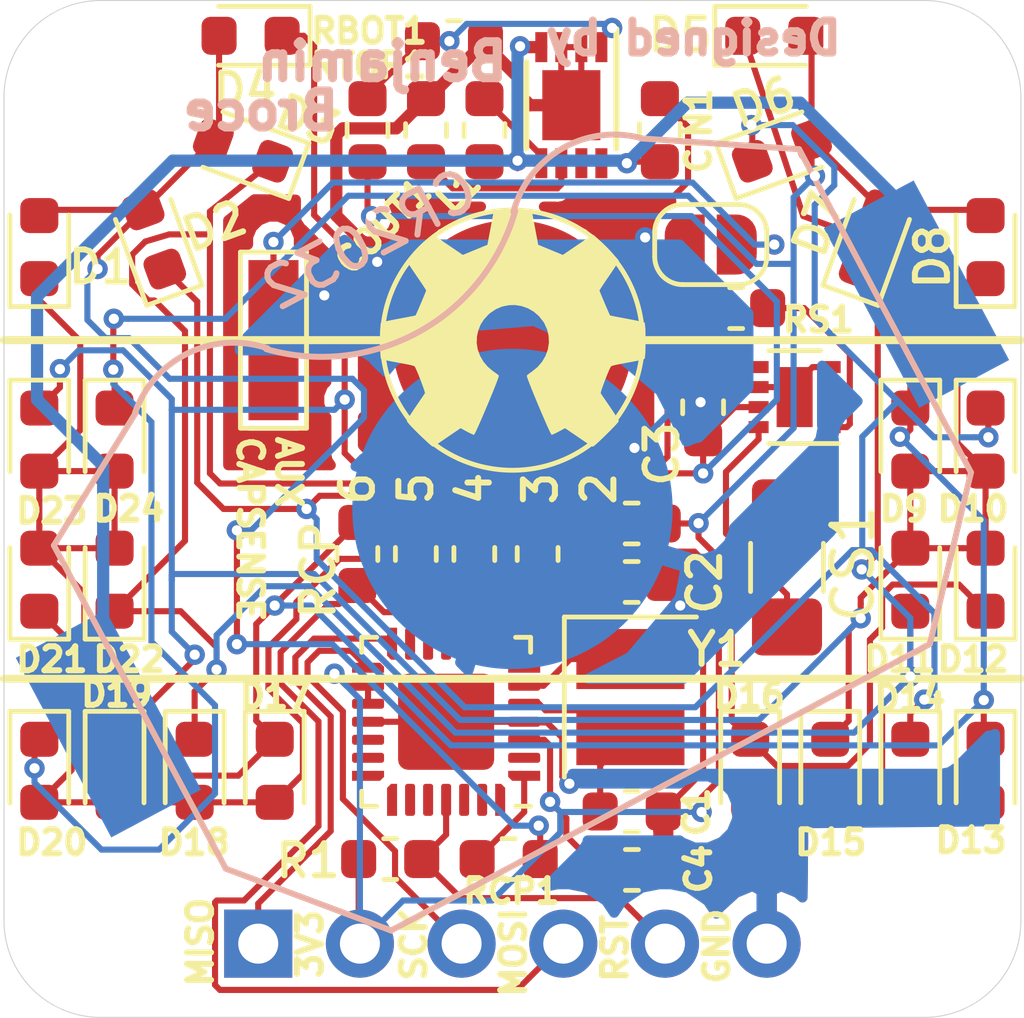
<source format=kicad_pcb>
(kicad_pcb (version 20171130) (host pcbnew 5.0.0)
  (layers (0 F.Cu signal) (31 B.Cu signal hide) (34 B.Paste user hide) (35 F.Paste user hide) (36 B.SilkS user hide) (37 F.SilkS user) (38 B.Mask user hide) (39 F.Mask user hide) (44 Edge.Cuts user))
  (net 0 "")
  (net 1 "Net-(C1-Pad2)")
  (net 2 GND)
  (net 3 "Net-(C2-Pad1)")
  (net 4 "Net-(BT1-Pad1)")
  (net 5 +3V3)
  (net 6 "Net-(CS1-Pad1)")
  (net 7 "Net-(CS1-Pad2)")
  (net 8 "Net-(L1-Pad2)")
  (net 9 CP1)
  (net 10 CP2)
  (net 11 CP3)
  (net 12 CP4)
  (net 13 RESET)
  (net 14 CP5)
  (net 15 CP6)
  (net 16 "Net-(RBOT1-Pad1)")
  (net 17 "Net-(U1-Pad2)")
  (net 18 "Net-(U1-Pad9)")
  (net 19 CAPSENSE)
  (net 20 MISO)
  (net 21 SCK)
  (net 22 "Net-(U1-Pad19)")
  (net 23 "Net-(U1-Pad20)")
  (net 24 "Net-(U1-Pad22)")
  (net 25 "Net-(U1-Pad23)")
  (net 26 "Net-(U1-Pad24)")
  (net 27 "Net-(U1-Pad26)")
  (net 28 "Net-(U1-Pad27)")
  (net 29 "Net-(U1-Pad28)")
  (net 30 "Net-(J2-Pad1)")
  (net 31 "Net-(D10-Pad2)")
  (net 32 "Net-(D1-Pad2)")
  (net 33 "Net-(D10-Pad1)")
  (net 34 "Net-(D1-Pad1)")
  (net 35 "Net-(D11-Pad1)")
  (net 36 "Net-(U3-Pad3)")
  (net 37 "Net-(U3-Pad2)")
  (net 38 "Net-(J3-Pad1)")
  (net 39 "Net-(U1-Pad21)")
  (net 40 "Net-(D12-Pad1)")
  (module LED_SMD:LED_0603_1608Metric (layer F.Cu) (at 183.381 129.5292 90)
    (fp_text reference D21 (at -1.992 0.3118 180) (layer F.SilkS) (effects (font (size 0.6 0.6))))
    (fp_text value LED hide)
    (pad 1 smd roundrect (at -0.7875 0 90) (size 0.875 0.95) (layers F.Cu F.Paste F.Mask) (net 33 "Net-(D10-Pad1)"))
    (pad 2 smd roundrect (at 0.7875 0 90) (size 0.875 0.95) (layers F.Cu F.Paste F.Mask) (net 34 "Net-(D1-Pad1)"))
  )
  (module ISP_Connector:SIP-6_AVR_ISP (layer F.Cu) (at 188.849 138.6205 90)
    (fp_text reference J1 hide)
    (fp_text value AVR-ISP-6 hide)
    (pad 1 thru_hole rect (at 0 0 90) (size 1.7 1.7) (drill 1) (layers *.Cu *.Mask) (net 20 MISO))
    (pad 2 thru_hole oval (at 0 2.54 90) (size 1.7 1.7) (drill 1) (layers *.Cu *.Mask) (net 5 +3V3))
    (pad 3 thru_hole oval (at 0 5.08 90) (size 1.7 1.7) (drill 1) (layers *.Cu *.Mask) (net 21 SCK))
    (pad 4 thru_hole oval (at 0 7.62 90) (size 1.7 1.7) (drill 1) (layers *.Cu *.Mask) (net 15 CP6))
    (pad 5 thru_hole oval (at 0 10.16 90) (size 1.7 1.7) (drill 1) (layers *.Cu *.Mask) (net 13 RESET))
    (pad 6 thru_hole oval (at 0 12.7 90) (size 1.7 1.7) (drill 1) (layers *.Cu *.Mask) (net 2 GND))
  )
  (module Jumper:SolderJumper-2_P1.3mm_Open_RoundedPad1.0x1.5mm (layer F.Cu) (at 200.152 121.158)
    (fp_text reference JP1 hide)
    (fp_text value Jumper_NO_Small hide)
    (pad 1 smd custom (at -0.65 0) (size 1 0.5) (layers F.Cu F.Mask) (net 30 "Net-(J2-Pad1)") (options (clearance outline) (anchor rect)) (primitives (gr_circle (center 0 0.25) (end 0.5 0.25) (width 0)) (gr_circle (center 0 -0.25) (end 0.5 -0.25) (width 0)) (gr_poly (pts (xy 0 -0.75) (xy 0.5 -0.75) (xy 0.5 0.75) (xy 0 0.75)) (width 0))))
    (pad 2 smd custom (at 0.65 0) (size 1 0.5) (layers F.Cu F.Mask) (net 38 "Net-(J3-Pad1)") (options (clearance outline) (anchor rect)) (primitives (gr_circle (center 0 0.25) (end 0.5 0.25) (width 0)) (gr_circle (center 0 -0.25) (end 0.5 -0.25) (width 0)) (gr_poly (pts (xy 0 -0.75) (xy -0.5 -0.75) (xy -0.5 0.75) (xy 0 0.75)) (width 0))))
  )
  (module Capacitor_SMD:C_0603_1608Metric (layer F.Cu) (at 198.1835 136.779 180)
    (fp_text reference C4 (at -1.6637 0.0254 270) (layer F.SilkS) (effects (font (size 0.6 0.6))))
    (fp_text value 0.1uF hide)
    (pad 1 smd roundrect (at -0.7875 0 180) (size 0.875 0.95) (layers F.Cu F.Paste F.Mask) (net 2 GND))
    (pad 2 smd roundrect (at 0.7875 0 180) (size 0.875 0.95) (layers F.Cu F.Paste F.Mask) (net 5 +3V3))
  )
  (module CapSense:SMD_WIREPAD_4.0x1.25mm (layer F.Cu) (at 189.23 123.5456 90)
    (fp_text reference J3 hide)
    (fp_text value SENSE_ELECTRODE_AUX hide)
    (pad 1 smd rect (at 0 0 90) (size 4 1.25) (layers F.Cu F.Mask) (net 38 "Net-(J3-Pad1)"))
  )
  (module Capacitor_SMD:C_0603_1608Metric (layer F.Cu) (at 199.9615 125.222 270)
    (fp_text reference C3 (at 1.1684 1.0287 270) (layer F.SilkS) (effects (font (size 0.8 0.8))))
    (fp_text value 0.1uF hide)
    (pad 1 smd roundrect (at -0.7875 0 270) (size 0.875 0.95) (layers F.Cu F.Paste F.Mask) (net 2 GND))
    (pad 2 smd roundrect (at 0.7875 0 270) (size 0.875 0.95) (layers F.Cu F.Paste F.Mask) (net 5 +3V3))
  )
  (module AT42QT1010:DFN-8-1EP_2x2mm_P0.5mm_EP0.9x1.5mm (layer F.Cu) (at 202.2475 124.968 180)
    (fp_text reference U3 hide)
    (fp_text value AT42QT1010-MAH hide)
    (pad 1 smd rect (at -0.9 -0.75 180) (size 0.5 0.3) (layers F.Cu F.Paste F.Mask) (net 6 "Net-(CS1-Pad1)"))
    (pad 2 smd rect (at -0.9 -0.25 180) (size 0.5 0.3) (layers F.Cu F.Paste F.Mask) (net 37 "Net-(U3-Pad2)"))
    (pad 3 smd rect (at -0.9 0.25 180) (size 0.5 0.3) (layers F.Cu F.Paste F.Mask) (net 36 "Net-(U3-Pad3)"))
    (pad 4 smd rect (at -0.9 0.75 180) (size 0.5 0.3) (layers F.Cu F.Paste F.Mask) (net 2 GND))
    (pad 5 smd rect (at 0.9 0.75 180) (size 0.5 0.3) (layers F.Cu F.Paste F.Mask) (net 19 CAPSENSE))
    (pad 6 smd rect (at 0.9 0.25 180) (size 0.5 0.3) (layers F.Cu F.Paste F.Mask) (net 2 GND))
    (pad 7 smd rect (at 0.9 -0.25 180) (size 0.5 0.3) (layers F.Cu F.Paste F.Mask) (net 5 +3V3))
    (pad 8 smd rect (at 0.9 -0.75 180) (size 0.5 0.3) (layers F.Cu F.Paste F.Mask) (net 7 "Net-(CS1-Pad2)"))
    (pad 9 smd rect (at 0 0 180) (size 0.9 1.5) (layers F.Cu F.Mask) (net 2 GND))
  )
  (module BattHolder:BatteryHolder_LINX_BAT-HLD-001-SMT_SOLDERPAD (layer B.Cu) (at 195.199 127.762 28)
    (fp_text reference BT1 hide)
    (fp_text value CR2032 hide)
    (fp_text user CR2032 (at 0.0254 -7.62 28) (layer B.SilkS) (effects (justify mirror)))
    (pad 2 smd circle (at 0 0 28) (size 8 8) (layers B.Cu B.Paste B.Mask) (net 2 GND))
    (pad 1 smd rect (at -11.430001 0 28) (size 2.54 5.08) (layers B.Cu B.Paste B.Mask) (net 4 "Net-(BT1-Pad1)"))
    (pad 1 smd rect (at 11.430001 0 28) (size 2.54 5.08) (layers B.Cu B.Paste B.Mask) (net 4 "Net-(BT1-Pad1)"))
  )
  (module CapSense:CapSense_MaskedPad_D6.0mm (layer F.Cu) (at 195.199 123.5456)
    (fp_text reference J2 hide)
    (fp_text value SENSE_ELECTRODE hide)
    (pad 1 smd circle (at 0 0) (size 6 6) (layers F.Cu) (net 30 "Net-(J2-Pad1)"))
  )
  (module Capacitor_SMD:C_0603_1608Metric (layer F.Cu) (at 198.17777 135.3185 180)
    (fp_text reference C1 (at -1.61863 -0.0127 270) (layer F.SilkS) (effects (font (size 0.6 0.6))))
    (fp_text value C hide)
    (pad 2 smd roundrect (at 0.7875 0 180) (size 0.875 0.95) (layers F.Cu F.Paste F.Mask) (net 1 "Net-(C1-Pad2)"))
    (pad 1 smd roundrect (at -0.7875 0 180) (size 0.875 0.95) (layers F.Cu F.Paste F.Mask) (net 2 GND))
  )
  (module Capacitor_SMD:C_0603_1608Metric (layer F.Cu) (at 198.17777 129.585579)
    (fp_text reference C2 (at 1.82183 0.005221 90) (layer F.SilkS) (effects (font (size 0.8 0.8))))
    (fp_text value C hide)
    (pad 1 smd roundrect (at -0.7875 0) (size 0.875 0.95) (layers F.Cu F.Paste F.Mask) (net 3 "Net-(C2-Pad1)"))
    (pad 2 smd roundrect (at 0.7875 0) (size 0.875 0.95) (layers F.Cu F.Paste F.Mask) (net 2 GND))
  )
  (module Capacitor_SMD:C_0603_1608Metric (layer F.Cu) (at 198.882 118.3005 90)
    (fp_text reference CIN1 (at -0.0127 0.9652 90) (layer F.SilkS) (effects (font (size 0.6 0.6))))
    (fp_text value 4.7uF hide)
    (pad 2 smd roundrect (at 0.7875 0 90) (size 0.875 0.95) (layers F.Cu F.Paste F.Mask) (net 2 GND))
    (pad 1 smd roundrect (at -0.7875 0 90) (size 0.875 0.95) (layers F.Cu F.Paste F.Mask) (net 4 "Net-(BT1-Pad1)"))
  )
  (module Capacitor_SMD:C_0603_1608Metric (layer F.Cu) (at 193.04 118.3005 90)
    (fp_text reference COUT1 (at -2.4003 -1.0668 225) (layer F.SilkS) (effects (font (size 0.6 0.6))))
    (fp_text value 10uF hide)
    (pad 1 smd roundrect (at -0.7875 0 90) (size 0.875 0.95) (layers F.Cu F.Paste F.Mask) (net 5 +3V3))
    (pad 2 smd roundrect (at 0.7875 0 90) (size 0.875 0.95) (layers F.Cu F.Paste F.Mask) (net 2 GND))
  )
  (module Inductor_SMD:L_0603_1608Metric (layer F.Cu) (at 194.5005 118.3005 90)
    (fp_text reference L1 (at -1.5367 -0.6477 225) (layer F.SilkS) (effects (font (size 0.6 0.6))))
    (fp_text value 4.7uH hide)
    (pad 1 smd roundrect (at -0.7875 0 90) (size 0.875 0.95) (layers F.Cu F.Paste F.Mask) (net 4 "Net-(BT1-Pad1)"))
    (pad 2 smd roundrect (at 0.7875 0 90) (size 0.875 0.95) (layers F.Cu F.Paste F.Mask) (net 8 "Net-(L1-Pad2)"))
  )
  (module LED_SMD:LED_0603_1608Metric (layer F.Cu) (at 187.261 134.3025 270)
    (fp_text reference D18 (at 1.7907 0.0122) (layer F.SilkS) (effects (font (size 0.6 0.6))))
    (fp_text value LED hide)
    (pad 2 smd roundrect (at 0.7875 0 270) (size 0.875 0.95) (layers F.Cu F.Paste F.Mask) (net 33 "Net-(D10-Pad1)"))
    (pad 1 smd roundrect (at -0.7875 0 270) (size 0.875 0.95) (layers F.Cu F.Paste F.Mask) (net 35 "Net-(D11-Pad1)"))
  )
  (module LED_SMD:LED_0603_1608Metric (layer F.Cu) (at 185.261 129.5292 90)
    (fp_text reference D22 (at -1.992 0.3622 180) (layer F.SilkS) (effects (font (size 0.6 0.6))))
    (fp_text value LED hide)
    (pad 2 smd roundrect (at 0.7875 0 90) (size 0.875 0.95) (layers F.Cu F.Paste F.Mask) (net 34 "Net-(D1-Pad1)"))
    (pad 1 smd roundrect (at -0.7875 0 90) (size 0.875 0.95) (layers F.Cu F.Paste F.Mask) (net 35 "Net-(D11-Pad1)"))
  )
  (module LED_SMD:LED_0603_1608Metric (layer F.Cu) (at 183.381 126.0292 270)
    (fp_text reference D23 (at 1.7836 -0.3118) (layer F.SilkS) (effects (font (size 0.6 0.6))))
    (fp_text value LED hide)
    (pad 1 smd roundrect (at -0.7875 0 270) (size 0.875 0.95) (layers F.Cu F.Paste F.Mask) (net 31 "Net-(D10-Pad2)"))
    (pad 2 smd roundrect (at 0.7875 0 270) (size 0.875 0.95) (layers F.Cu F.Paste F.Mask) (net 34 "Net-(D1-Pad1)"))
  )
  (module LED_SMD:LED_0603_1608Metric (layer F.Cu) (at 185.261 126.0292 270)
    (fp_text reference D24 (at 1.7328 -0.3622) (layer F.SilkS) (effects (font (size 0.6 0.6))))
    (fp_text value LED hide)
    (pad 1 smd roundrect (at -0.7875 0 270) (size 0.875 0.95) (layers F.Cu F.Paste F.Mask) (net 40 "Net-(D12-Pad1)"))
    (pad 2 smd roundrect (at 0.7875 0 270) (size 0.875 0.95) (layers F.Cu F.Paste F.Mask) (net 34 "Net-(D1-Pad1)"))
  )
  (module LED_SMD:LED_0603_1608Metric (layer F.Cu) (at 201.7395 115.944)
    (fp_text reference D5 (at -2.3495 -0.0184) (layer F.SilkS) (effects (font (size 0.8 0.8))))
    (fp_text value LED hide)
    (pad 1 smd roundrect (at -0.7875 0) (size 0.875 0.95) (layers F.Cu F.Paste F.Mask) (net 34 "Net-(D1-Pad1)"))
    (pad 2 smd roundrect (at 0.7875 0) (size 0.875 0.95) (layers F.Cu F.Paste F.Mask) (net 40 "Net-(D12-Pad1)"))
  )
  (module LED_SMD:LED_0603_1608Metric (layer F.Cu) (at 188.6585 115.944 180)
    (fp_text reference D4 (at 0.1397 -1.3532 180) (layer F.SilkS) (effects (font (size 0.8 0.8))))
    (fp_text value LED hide)
    (pad 2 smd roundrect (at 0.7875 0 180) (size 0.875 0.95) (layers F.Cu F.Paste F.Mask) (net 32 "Net-(D1-Pad2)"))
    (pad 1 smd roundrect (at -0.7875 0 180) (size 0.875 0.95) (layers F.Cu F.Paste F.Mask) (net 31 "Net-(D10-Pad2)"))
  )
  (module LED_SMD:LED_0603_1608Metric (layer F.Cu) (at 188.468 118.8085 160)
    (fp_text reference D3 (at -1.271289 1.2601 160) (layer F.SilkS) (effects (font (size 0.8 0.8))))
    (fp_text value LED hide)
    (pad 2 smd roundrect (at 0.7875 0 160) (size 0.875 0.95) (layers F.Cu F.Paste F.Mask) (net 32 "Net-(D1-Pad2)"))
    (pad 1 smd roundrect (at -0.7875 0 160) (size 0.875 0.95) (layers F.Cu F.Paste F.Mask) (net 35 "Net-(D11-Pad1)"))
  )
  (module LED_SMD:LED_0603_1608Metric (layer F.Cu) (at 186.2455 121.031 110)
    (fp_text reference D2 (at -0.206609 1.533093 200) (layer F.SilkS) (effects (font (size 0.8 0.8))))
    (fp_text value LED hide)
    (pad 2 smd roundrect (at 0.7875 0 110) (size 0.875 0.95) (layers F.Cu F.Paste F.Mask) (net 32 "Net-(D1-Pad2)"))
    (pad 1 smd roundrect (at -0.7875 0 110) (size 0.875 0.95) (layers F.Cu F.Paste F.Mask) (net 33 "Net-(D10-Pad1)"))
  )
  (module LED_SMD:LED_0603_1608Metric (layer F.Cu) (at 183.381 121.2215 90)
    (fp_text reference D1 (at -0.4953 1.531 180) (layer F.SilkS) (effects (font (size 0.8 0.8))))
    (fp_text value LED hide)
    (pad 1 smd roundrect (at -0.7875 0 90) (size 0.875 0.95) (layers F.Cu F.Paste F.Mask) (net 34 "Net-(D1-Pad1)"))
    (pad 2 smd roundrect (at 0.7875 0 90) (size 0.875 0.95) (layers F.Cu F.Paste F.Mask) (net 32 "Net-(D1-Pad2)"))
  )
  (module LED_SMD:LED_0603_1608Metric (layer F.Cu) (at 204.1525 121.031 70)
    (fp_text reference D7 (at -0.089374 -1.359522 70) (layer F.SilkS) (effects (font (size 0.8 0.8))))
    (fp_text value LED hide)
    (pad 1 smd roundrect (at -0.7875 0 70) (size 0.875 0.95) (layers F.Cu F.Paste F.Mask) (net 35 "Net-(D11-Pad1)"))
    (pad 2 smd roundrect (at 0.7875 0 70) (size 0.875 0.95) (layers F.Cu F.Paste F.Mask) (net 40 "Net-(D12-Pad1)"))
  )
  (module LED_SMD:LED_0603_1608Metric (layer F.Cu) (at 185.261 134.3025 270)
    (fp_text reference D19 (at -1.9177 -0.0574) (layer F.SilkS) (effects (font (size 0.6 0.6))))
    (fp_text value LED hide)
    (pad 1 smd roundrect (at -0.7875 0 270) (size 0.875 0.95) (layers F.Cu F.Paste F.Mask) (net 31 "Net-(D10-Pad2)"))
    (pad 2 smd roundrect (at 0.7875 0 270) (size 0.875 0.95) (layers F.Cu F.Paste F.Mask) (net 33 "Net-(D10-Pad1)"))
  )
  (module LED_SMD:LED_0603_1608Metric (layer F.Cu) (at 189.261 134.3025 270)
    (fp_text reference D17 (at -1.8669 -0.0198) (layer F.SilkS) (effects (font (size 0.6 0.6))))
    (fp_text value LED hide)
    (pad 2 smd roundrect (at 0.7875 0 270) (size 0.875 0.95) (layers F.Cu F.Paste F.Mask) (net 33 "Net-(D10-Pad1)"))
    (pad 1 smd roundrect (at -0.7875 0 270) (size 0.875 0.95) (layers F.Cu F.Paste F.Mask) (net 34 "Net-(D1-Pad1)"))
  )
  (module LED_SMD:LED_0603_1608Metric (layer F.Cu) (at 183.381 134.3025 270)
    (fp_text reference D20 (at 1.7907 -0.3118) (layer F.SilkS) (effects (font (size 0.6 0.6))))
    (fp_text value LED hide)
    (pad 2 smd roundrect (at 0.7875 0 270) (size 0.875 0.95) (layers F.Cu F.Paste F.Mask) (net 33 "Net-(D10-Pad1)"))
    (pad 1 smd roundrect (at -0.7875 0 270) (size 0.875 0.95) (layers F.Cu F.Paste F.Mask) (net 40 "Net-(D12-Pad1)"))
  )
  (module LED_SMD:LED_0603_1608Metric (layer F.Cu) (at 201.137 134.3025 270)
    (fp_text reference D16 (at -1.8669 0.0198) (layer F.SilkS) (effects (font (size 0.6 0.6))))
    (fp_text value LED hide)
    (pad 1 smd roundrect (at -0.7875 0 270) (size 0.875 0.95) (layers F.Cu F.Paste F.Mask) (net 40 "Net-(D12-Pad1)"))
    (pad 2 smd roundrect (at 0.7875 0 270) (size 0.875 0.95) (layers F.Cu F.Paste F.Mask) (net 35 "Net-(D11-Pad1)"))
  )
  (module LED_SMD:LED_0603_1608Metric (layer F.Cu) (at 203.137 134.3025 270)
    (fp_text reference D15 (at 1.7907 -0.0122) (layer F.SilkS) (effects (font (size 0.6 0.6))))
    (fp_text value LED hide)
    (pad 1 smd roundrect (at -0.7875 0 270) (size 0.875 0.95) (layers F.Cu F.Paste F.Mask) (net 31 "Net-(D10-Pad2)"))
    (pad 2 smd roundrect (at 0.7875 0 270) (size 0.875 0.95) (layers F.Cu F.Paste F.Mask) (net 35 "Net-(D11-Pad1)"))
  )
  (module LED_SMD:LED_0603_1608Metric (layer F.Cu) (at 205.137 134.3025 270)
    (fp_text reference D14 (at -1.8161 0.0066) (layer F.SilkS) (effects (font (size 0.6 0.6))))
    (fp_text value LED hide)
    (pad 2 smd roundrect (at 0.7875 0 270) (size 0.875 0.95) (layers F.Cu F.Paste F.Mask) (net 35 "Net-(D11-Pad1)"))
    (pad 1 smd roundrect (at -0.7875 0 270) (size 0.875 0.95) (layers F.Cu F.Paste F.Mask) (net 33 "Net-(D10-Pad1)"))
  )
  (module LED_SMD:LED_0603_1608Metric (layer F.Cu) (at 207.017 134.3025 270)
    (fp_text reference D13 (at 1.7399 0.3626) (layer F.SilkS) (effects (font (size 0.6 0.6))))
    (fp_text value LED hide)
    (pad 1 smd roundrect (at -0.7875 0 270) (size 0.875 0.95) (layers F.Cu F.Paste F.Mask) (net 34 "Net-(D1-Pad1)"))
    (pad 2 smd roundrect (at 0.7875 0 270) (size 0.875 0.95) (layers F.Cu F.Paste F.Mask) (net 35 "Net-(D11-Pad1)"))
  )
  (module LED_SMD:LED_0603_1608Metric (layer F.Cu) (at 207.017 129.5292 90)
    (fp_text reference D12 (at -1.992 -0.3118 180) (layer F.SilkS) (effects (font (size 0.6 0.6))))
    (fp_text value LED hide)
    (pad 1 smd roundrect (at -0.7875 0 90) (size 0.875 0.95) (layers F.Cu F.Paste F.Mask) (net 40 "Net-(D12-Pad1)"))
    (pad 2 smd roundrect (at 0.7875 0 90) (size 0.875 0.95) (layers F.Cu F.Paste F.Mask) (net 31 "Net-(D10-Pad2)"))
  )
  (module LED_SMD:LED_0603_1608Metric (layer F.Cu) (at 205.137 129.5292 90)
    (fp_text reference D11 (at -1.992 -0.2606 180) (layer F.SilkS) (effects (font (size 0.6 0.6))))
    (fp_text value LED hide)
    (pad 1 smd roundrect (at -0.7875 0 90) (size 0.875 0.95) (layers F.Cu F.Paste F.Mask) (net 35 "Net-(D11-Pad1)"))
    (pad 2 smd roundrect (at 0.7875 0 90) (size 0.875 0.95) (layers F.Cu F.Paste F.Mask) (net 31 "Net-(D10-Pad2)"))
  )
  (module LED_SMD:LED_0603_1608Metric (layer F.Cu) (at 207.017 126.0292 270)
    (fp_text reference D10 (at 1.7328 0.3118) (layer F.SilkS) (effects (font (size 0.6 0.6))))
    (fp_text value LED hide)
    (pad 2 smd roundrect (at 0.7875 0 270) (size 0.875 0.95) (layers F.Cu F.Paste F.Mask) (net 31 "Net-(D10-Pad2)"))
    (pad 1 smd roundrect (at -0.7875 0 270) (size 0.875 0.95) (layers F.Cu F.Paste F.Mask) (net 33 "Net-(D10-Pad1)"))
  )
  (module LED_SMD:LED_0603_1608Metric (layer F.Cu) (at 205.137 126.0292 270)
    (fp_text reference D9 (at 1.7328 0.159) (layer F.SilkS) (effects (font (size 0.6 0.6))))
    (fp_text value LED hide)
    (pad 1 smd roundrect (at -0.7875 0 270) (size 0.875 0.95) (layers F.Cu F.Paste F.Mask) (net 34 "Net-(D1-Pad1)"))
    (pad 2 smd roundrect (at 0.7875 0 270) (size 0.875 0.95) (layers F.Cu F.Paste F.Mask) (net 31 "Net-(D10-Pad2)"))
  )
  (module LED_SMD:LED_0603_1608Metric (layer F.Cu) (at 207.017 121.2215 90)
    (fp_text reference D8 (at -0.2413 -1.3278 90) (layer F.SilkS) (effects (font (size 0.8 0.8))))
    (fp_text value LED hide)
    (pad 1 smd roundrect (at -0.7875 0 90) (size 0.875 0.95) (layers F.Cu F.Paste F.Mask) (net 31 "Net-(D10-Pad2)"))
    (pad 2 smd roundrect (at 0.7875 0 90) (size 0.875 0.95) (layers F.Cu F.Paste F.Mask) (net 40 "Net-(D12-Pad1)"))
  )
  (module LED_SMD:LED_0603_1608Metric (layer F.Cu) (at 201.93 118.8085 20)
    (fp_text reference D6 (at -0.01698 -1.290111 20) (layer F.SilkS) (effects (font (size 0.8 0.8))))
    (fp_text value LED hide)
    (pad 2 smd roundrect (at 0.7875 0 20) (size 0.875 0.95) (layers F.Cu F.Paste F.Mask) (net 40 "Net-(D12-Pad1)"))
    (pad 1 smd roundrect (at -0.7875 0 20) (size 0.875 0.95) (layers F.Cu F.Paste F.Mask) (net 33 "Net-(D10-Pad1)"))
  )
  (module Resistor_SMD:R_0603_1608Metric (layer F.Cu) (at 194.2465 128.887079 270)
    (fp_text reference 4 (at -1.633079 0 270) (layer F.SilkS) (effects (font (size 0.8 0.8))))
    (fp_text value R hide)
    (pad 2 smd roundrect (at 0.7875 0 270) (size 0.875 0.95) (layers F.Cu F.Paste F.Mask) (net 12 CP4))
    (pad 1 smd roundrect (at -0.7875 0 270) (size 0.875 0.95) (layers F.Cu F.Paste F.Mask) (net 35 "Net-(D11-Pad1)"))
  )
  (module Resistor_SMD:R_0603_1608Metric (layer F.Cu) (at 191.3255 128.887079 270)
    (fp_text reference 6 (at -1.633079 0 270) (layer F.SilkS) (effects (font (size 0.8 0.8))))
    (fp_text value R hide)
    (pad 2 smd roundrect (at 0.7875 0 270) (size 0.875 0.95) (layers F.Cu F.Paste F.Mask) (net 15 CP6))
    (pad 1 smd roundrect (at -0.7875 0 270) (size 0.875 0.95) (layers F.Cu F.Paste F.Mask) (net 34 "Net-(D1-Pad1)"))
  )
  (module Resistor_SMD:R_0603_1608Metric (layer F.Cu) (at 192.786 128.887079 270)
    (fp_text reference 5 (at -1.633079 0 270) (layer F.SilkS) (effects (font (size 0.8 0.8))))
    (fp_text value R hide)
    (pad 2 smd roundrect (at 0.7875 0 270) (size 0.875 0.95) (layers F.Cu F.Paste F.Mask) (net 14 CP5))
    (pad 1 smd roundrect (at -0.7875 0 270) (size 0.875 0.95) (layers F.Cu F.Paste F.Mask) (net 33 "Net-(D10-Pad1)"))
  )
  (module Resistor_SMD:R_0603_1608Metric (layer F.Cu) (at 192.14527 136.507079)
    (fp_text reference R1 (at -2.05167 0.043321) (layer F.SilkS) (effects (font (size 0.8 0.8))))
    (fp_text value 10K hide)
    (pad 2 smd roundrect (at 0.7875 0) (size 0.875 0.95) (layers F.Cu F.Paste F.Mask) (net 13 RESET))
    (pad 1 smd roundrect (at -0.7875 0) (size 0.875 0.95) (layers F.Cu F.Paste F.Mask) (net 5 +3V3))
  )
  (module Resistor_SMD:R_0603_1608Metric (layer F.Cu) (at 193.7385 116.078)
    (fp_text reference RBOT1 (at -2.1209 -0.254) (layer F.SilkS) (effects (font (size 0.6 0.6))))
    (fp_text value 1M hide)
    (pad 1 smd roundrect (at -0.7875 0) (size 0.875 0.95) (layers F.Cu F.Paste F.Mask) (net 16 "Net-(RBOT1-Pad1)"))
    (pad 2 smd roundrect (at 0.7875 0) (size 0.875 0.95) (layers F.Cu F.Paste F.Mask) (net 2 GND))
  )
  (module Resistor_SMD:R_0603_1608Metric (layer F.Cu) (at 195.10447 136.507079 180)
    (fp_text reference RCP1 (at -0.06913 -0.805321) (layer F.SilkS) (effects (font (size 0.6 0.6))))
    (fp_text value R hide)
    (pad 2 smd roundrect (at 0.7875 0 180) (size 0.875 0.95) (layers F.Cu F.Paste F.Mask) (net 9 CP1))
    (pad 1 smd roundrect (at -0.7875 0 180) (size 0.875 0.95) (layers F.Cu F.Paste F.Mask) (net 32 "Net-(D1-Pad2)"))
  )
  (module Resistor_SMD:R_0603_1608Metric (layer F.Cu) (at 191.5795 118.3005 90)
    (fp_text reference RTOP1 (at 1.6129 0.0381 180) (layer F.SilkS) (effects (font (size 0.6 0.6))))
    (fp_text value 1.69M hide)
    (pad 1 smd roundrect (at -0.7875 0 90) (size 0.875 0.95) (layers F.Cu F.Paste F.Mask) (net 5 +3V3))
    (pad 2 smd roundrect (at 0.7875 0 90) (size 0.875 0.95) (layers F.Cu F.Paste F.Mask) (net 16 "Net-(RBOT1-Pad1)"))
  )
  (module Resistor_SMD:R_0603_1608Metric (layer F.Cu) (at 198.17777 128.125079 180)
    (fp_text reference 2 (at 0.81977 0.871079 270) (layer F.SilkS) (effects (font (size 0.8 0.8))))
    (fp_text value R hide)
    (pad 1 smd roundrect (at -0.7875 0 180) (size 0.875 0.95) (layers F.Cu F.Paste F.Mask) (net 40 "Net-(D12-Pad1)"))
    (pad 2 smd roundrect (at 0.7875 0 180) (size 0.875 0.95) (layers F.Cu F.Paste F.Mask) (net 10 CP2))
  )
  (module Resistor_SMD:R_0603_1608Metric (layer F.Cu) (at 195.82827 128.887079 270)
    (fp_text reference 3 (at -1.633079 -0.06923 270) (layer F.SilkS) (effects (font (size 0.8 0.8))))
    (fp_text value R hide)
    (pad 2 smd roundrect (at 0.7875 0 270) (size 0.875 0.95) (layers F.Cu F.Paste F.Mask) (net 11 CP3))
    (pad 1 smd roundrect (at -0.7875 0 270) (size 0.875 0.95) (layers F.Cu F.Paste F.Mask) (net 31 "Net-(D10-Pad2)"))
  )
  (module Resistor_SMD:R_0603_1608Metric (layer F.Cu) (at 200.787 122.7455)
    (fp_text reference RS1 (at 2.0574 0.2921) (layer F.SilkS) (effects (font (size 0.6 0.6))))
    (fp_text value 10K hide)
    (pad 2 smd roundrect (at 0.7875 0) (size 0.875 0.95) (layers F.Cu F.Paste F.Mask) (net 6 "Net-(CS1-Pad1)"))
    (pad 1 smd roundrect (at -0.7875 0) (size 0.875 0.95) (layers F.Cu F.Paste F.Mask) (net 30 "Net-(J2-Pad1)"))
  )
  (module Capacitor_SMD:C_1206_3216Metric_Pad1.42x1.75mm_HandSolder (layer F.Cu) (at 202.057 129.2225 270)
    (fp_text reference CS1 (at -0.0889 -1.651 270) (layer F.SilkS))
    (fp_text value 22nF hide)
    (pad 2 smd roundrect (at 1.4875 0 270) (size 1.425 1.75) (layers F.Cu F.Paste F.Mask) (roundrect_rratio 0.175439) (net 7 "Net-(CS1-Pad2)"))
    (pad 1 smd roundrect (at -1.4875 0 270) (size 1.425 1.75) (layers F.Cu F.Paste F.Mask) (roundrect_rratio 0.175439) (net 6 "Net-(CS1-Pad1)"))
  )
  (module CrystalSMD:Crystal_SMD_NX3225GD (layer F.Cu) (at 198.1454 132.461 270)
    (fp_text reference Y1 (at -1.1938 -2.159) (layer F.SilkS) (effects (font (size 0.8 0.8))))
    (fp_text value 8MHz hide)
    (pad 2 smd rect (at 0.95 0 270) (size 1.5 2.7) (layers F.Cu F.Paste F.Mask) (net 1 "Net-(C1-Pad2)"))
    (pad 1 smd rect (at -0.95 0 270) (size 1.5 2.7) (layers F.Cu F.Paste F.Mask) (net 3 "Net-(C2-Pad1)"))
  )
  (module MountingHole:MountingHole_2.2mm_M2_DIN965 (layer F.Cu) (at 205.486 138.049)
    (fp_text reference hole hide)
    (fp_text value hole hide)
    (pad 1 np_thru_hole circle (at 0 0) (size 2.2 2.2) (drill 2.2) (layers *.Cu *.Mask))
  )
  (module MountingHole:MountingHole_2.2mm_M2_DIN965 (layer F.Cu) (at 184.912 117.475)
    (fp_text reference hole hide)
    (fp_text value hole hide)
    (pad 1 np_thru_hole circle (at 0 0) (size 2.2 2.2) (drill 2.2) (layers *.Cu *.Mask))
  )
  (module MountingHole:MountingHole_2.2mm_M2_DIN965 (layer F.Cu) (at 184.912 138.049)
    (fp_text reference hole hide)
    (fp_text value hole hide)
    (pad 1 np_thru_hole circle (at 0 0) (size 2.2 2.2) (drill 2.2) (layers *.Cu *.Mask))
  )
  (module Package_DFN_QFN:QFN-28-1EP_4x4mm_P0.45mm_EP2.4x2.4mm (layer F.Cu) (at 193.54227 133.078079 180)
    (fp_text reference U1 hide)
    (fp_text value ATmega328P-MMH hide)
    (pad 29 smd roundrect (at 0 0 180) (size 2.4 2.4) (layers F.Cu F.Mask) (roundrect_rratio 0.104167) (net 2 GND))
    (pad 1 smd custom (at -1.95 -1.35 180) (size 0.179289 0.179289) (layers F.Cu F.Paste F.Mask) (net 9 CP1) (options (clearance outline) (anchor circle)) (primitives (gr_poly (pts (xy -0.4 -0.125) (xy 0.3 -0.125) (xy 0.4 -0.025) (xy 0.4 0.125) (xy -0.4 0.125)) (width 0))))
    (pad 2 smd roundrect (at -1.95 -0.9 180) (size 0.8 0.25) (layers F.Cu F.Paste F.Mask) (net 17 "Net-(U1-Pad2)"))
    (pad 3 smd roundrect (at -1.95 -0.45 180) (size 0.8 0.25) (layers F.Cu F.Paste F.Mask) (net 5 +3V3))
    (pad 4 smd roundrect (at -1.95 0 180) (size 0.8 0.25) (layers F.Cu F.Paste F.Mask) (net 2 GND))
    (pad 5 smd roundrect (at -1.95 0.45 180) (size 0.8 0.25) (layers F.Cu F.Paste F.Mask) (net 1 "Net-(C1-Pad2)"))
    (pad 6 smd roundrect (at -1.95 0.9 180) (size 0.8 0.25) (layers F.Cu F.Paste F.Mask) (net 3 "Net-(C2-Pad1)"))
    (pad 7 smd custom (at -1.95 1.35 180) (size 0.179289 0.179289) (layers F.Cu F.Paste F.Mask) (net 10 CP2) (options (clearance outline) (anchor circle)) (primitives (gr_poly (pts (xy -0.4 -0.125) (xy 0.4 -0.125) (xy 0.4 0.025) (xy 0.3 0.125) (xy -0.4 0.125)) (width 0))))
    (pad 8 smd custom (at -1.35 1.95 180) (size 0.179289 0.179289) (layers F.Cu F.Paste F.Mask) (net 11 CP3) (options (clearance outline) (anchor circle)) (primitives (gr_poly (pts (xy -0.125 -0.3) (xy -0.025 -0.4) (xy 0.125 -0.4) (xy 0.125 0.4) (xy -0.125 0.4)) (width 0))))
    (pad 9 smd roundrect (at -0.9 1.95 180) (size 0.25 0.8) (layers F.Cu F.Paste F.Mask) (net 18 "Net-(U1-Pad9)"))
    (pad 10 smd roundrect (at -0.45 1.95 180) (size 0.25 0.8) (layers F.Cu F.Paste F.Mask) (net 19 CAPSENSE))
    (pad 11 smd roundrect (at 0 1.95 180) (size 0.25 0.8) (layers F.Cu F.Paste F.Mask) (net 12 CP4))
    (pad 12 smd roundrect (at 0.45 1.95 180) (size 0.25 0.8) (layers F.Cu F.Paste F.Mask) (net 14 CP5))
    (pad 13 smd roundrect (at 0.9 1.95 180) (size 0.25 0.8) (layers F.Cu F.Paste F.Mask) (net 15 CP6))
    (pad 14 smd custom (at 1.35 1.95 180) (size 0.179289 0.179289) (layers F.Cu F.Paste F.Mask) (net 20 MISO) (options (clearance outline) (anchor circle)) (primitives (gr_poly (pts (xy -0.125 -0.4) (xy 0.025 -0.4) (xy 0.125 -0.3) (xy 0.125 0.4) (xy -0.125 0.4)) (width 0))))
    (pad 15 smd custom (at 1.95 1.35 180) (size 0.179289 0.179289) (layers F.Cu F.Paste F.Mask) (net 21 SCK) (options (clearance outline) (anchor circle)) (primitives (gr_poly (pts (xy -0.4 -0.125) (xy 0.4 -0.125) (xy 0.4 0.125) (xy -0.3 0.125) (xy -0.4 0.025)) (width 0))))
    (pad 16 smd roundrect (at 1.95 0.9 180) (size 0.8 0.25) (layers F.Cu F.Paste F.Mask) (net 5 +3V3))
    (pad 17 smd roundrect (at 1.95 0.45 180) (size 0.8 0.25) (layers F.Cu F.Paste F.Mask) (net 5 +3V3))
    (pad 18 smd roundrect (at 1.95 0 180) (size 0.8 0.25) (layers F.Cu F.Paste F.Mask) (net 2 GND))
    (pad 19 smd roundrect (at 1.95 -0.45 180) (size 0.8 0.25) (layers F.Cu F.Paste F.Mask) (net 22 "Net-(U1-Pad19)"))
    (pad 20 smd roundrect (at 1.95 -0.9 180) (size 0.8 0.25) (layers F.Cu F.Paste F.Mask) (net 23 "Net-(U1-Pad20)"))
    (pad 21 smd custom (at 1.95 -1.35 180) (size 0.179289 0.179289) (layers F.Cu F.Paste F.Mask) (net 39 "Net-(U1-Pad21)") (options (clearance outline) (anchor circle)) (primitives (gr_poly (pts (xy -0.4 -0.025) (xy -0.3 -0.125) (xy 0.4 -0.125) (xy 0.4 0.125) (xy -0.4 0.125)) (width 0))))
    (pad 22 smd custom (at 1.35 -1.95 180) (size 0.179289 0.179289) (layers F.Cu F.Paste F.Mask) (net 24 "Net-(U1-Pad22)") (options (clearance outline) (anchor circle)) (primitives (gr_poly (pts (xy -0.125 -0.4) (xy 0.125 -0.4) (xy 0.125 0.3) (xy 0.025 0.4) (xy -0.125 0.4)) (width 0))))
    (pad 23 smd roundrect (at 0.9 -1.95 180) (size 0.25 0.8) (layers F.Cu F.Paste F.Mask) (net 25 "Net-(U1-Pad23)"))
    (pad 24 smd roundrect (at 0.45 -1.95 180) (size 0.25 0.8) (layers F.Cu F.Paste F.Mask) (net 26 "Net-(U1-Pad24)"))
    (pad 25 smd roundrect (at 0 -1.95 180) (size 0.25 0.8) (layers F.Cu F.Paste F.Mask) (net 13 RESET))
    (pad 26 smd roundrect (at -0.45 -1.95 180) (size 0.25 0.8) (layers F.Cu F.Paste F.Mask) (net 27 "Net-(U1-Pad26)"))
    (pad 27 smd roundrect (at -0.9 -1.95 180) (size 0.25 0.8) (layers F.Cu F.Paste F.Mask) (net 28 "Net-(U1-Pad27)"))
    (pad 28 smd custom (at -1.35 -1.95 180) (size 0.179289 0.179289) (layers F.Cu F.Paste F.Mask) (net 29 "Net-(U1-Pad28)") (options (clearance outline) (anchor circle)) (primitives (gr_poly (pts (xy -0.125 -0.4) (xy 0.125 -0.4) (xy 0.125 0.4) (xy -0.025 0.4) (xy -0.125 0.3)) (width 0))))
  )
  (module Package_DFN_QFN:DFN-8-1EP_3x2mm_P0.5mm_EP1.75x1.45mm (layer F.Cu) (at 196.67 117.676754 270)
    (fp_text reference U2 hide)
    (fp_text value MCP16251T-I/CH hide)
    (pad 9 smd rect (at 0 0 270) (size 1.75 1.45) (layers F.Cu F.Mask) (net 2 GND))
    (pad 8 smd rect (at 1.45 -0.75 270) (size 0.75 0.3) (layers F.Cu F.Paste F.Mask) (net 4 "Net-(BT1-Pad1)"))
    (pad 7 smd rect (at 1.45 -0.25 270) (size 0.75 0.3) (layers F.Cu F.Paste F.Mask) (net 5 +3V3))
    (pad 6 smd rect (at 1.45 0.25 270) (size 0.75 0.3) (layers F.Cu F.Paste F.Mask) (net 5 +3V3))
    (pad 5 smd rect (at 1.45 0.75 270) (size 0.75 0.3) (layers F.Cu F.Paste F.Mask) (net 8 "Net-(L1-Pad2)"))
    (pad 4 smd rect (at -1.45 0.75 270) (size 0.75 0.3) (layers F.Cu F.Paste F.Mask) (net 4 "Net-(BT1-Pad1)"))
    (pad 3 smd rect (at -1.45 0.25 270) (size 0.75 0.3) (layers F.Cu F.Paste F.Mask) (net 2 GND))
    (pad 2 smd rect (at -1.45 -0.25 270) (size 0.75 0.3) (layers F.Cu F.Paste F.Mask) (net 2 GND))
    (pad 1 smd rect (at -1.45 -0.75 270) (size 0.75 0.3) (layers F.Cu F.Paste F.Mask) (net 16 "Net-(RBOT1-Pad1)"))
  )
  (module MountingHole:MountingHole_2.2mm_M2_DIN965 (layer F.Cu) (at 205.486 117.475)
    (fp_text reference hole hide)
    (fp_text value hole hide)
    (pad 1 np_thru_hole circle (at 0 0) (size 2.2 2.2) (drill 2.2) (layers *.Cu *.Mask))
  )
  (module Symbol:OSHW-Symbol_6.7x6mm_SilkScreen (layer F.Cu) (at 195.199 123.2535)
    (fp_text reference REF** hide)
    (fp_text value OSHW-Symbol_6.7x6mm_SilkScreen hide)
  )
  (gr_line (start 182.499 138.049) (end 182.499 117.475) (layer Edge.Cuts) (width 0.0254))
  (gr_line (start 205.486 140.462) (end 184.912 140.462) (layer Edge.Cuts) (width 0.0254))
  (gr_line (start 207.899 117.475) (end 207.899 138.049) (layer Edge.Cuts) (width 0.0254))
  (gr_line (start 184.912 115.062) (end 205.486 115.062) (layer Edge.Cuts) (width 0.0254))
  (gr_text "AUX\nCAPSENSE" (at 189.1284 125.8824 270) (layer F.SilkS) (effects (font (size 0.6 0.6)) (justify left)))
  (gr_text RCP (at 190.3476 129.286 90) (layer F.SilkS) (effects (font (size 0.8 0.8))))
  (gr_text Benjamin (at 191.9478 116.586) (layer B.SilkS) (effects (font (size 0.9 0.9) (thickness 0.225)) (justify mirror)))
  (gr_text Broce (at 188.9125 117.8179) (layer B.SilkS) (effects (font (size 0.9 0.9) (thickness 0.225)) (justify mirror)))
  (gr_text "Designed by" (at 199.7202 116.0018) (layer B.SilkS) (effects (font (size 0.8 0.8) (thickness 0.2)) (justify mirror)))
  (gr_text GND (at 200.3044 138.684 90) (layer F.SilkS) (effects (font (size 0.6 0.6))))
  (gr_text RST (at 197.7644 138.7348 90) (layer F.SilkS) (effects (font (size 0.6 0.6))))
  (gr_text MOSI (at 195.2244 138.8364 90) (layer F.SilkS) (effects (font (size 0.6 0.6))))
  (gr_text SCK (at 192.7352 138.6332 90) (layer F.SilkS) (effects (font (size 0.6 0.6))))
  (gr_text 3V3 (at 190.1444 138.6332 90) (layer F.SilkS) (effects (font (size 0.6 0.6))))
  (gr_text MISO (at 187.4012 138.5824 90) (layer F.SilkS) (effects (font (size 0.6 0.6))))
  (gr_line (start 198.4375 123.5456) (end 207.899 123.5456) (layer F.SilkS) (width 0.2))
  (gr_arc (start 205.486 117.475) (end 207.899 117.475) (angle -90) (layer Edge.Cuts) (width 0.0254))
  (gr_arc (start 205.486 138.049) (end 205.486 140.462) (angle -90) (layer Edge.Cuts) (width 0.0254))
  (gr_arc (start 184.912 138.049) (end 182.499 138.049) (angle -90) (layer Edge.Cuts) (width 0.0254))
  (gr_arc (start 184.912 117.475) (end 184.912 115.062) (angle -90) (layer Edge.Cuts) (width 0.0254))
  (gr_line (start 182.499 123.5456) (end 191.9605 123.5456) (layer F.SilkS) (width 0.2))
  (gr_line (start 182.499 132.0038) (end 207.899 132.0038) (layer F.SilkS) (width 0.2))
  (segment (start 197.39027 134.16613) (end 198.1454 133.411) (width 0.1524) (layer F.Cu) (net 1))
  (segment (start 197.39027 135.3185) (end 197.39027 134.16613) (width 0.1524) (layer F.Cu) (net 1))
  (segment (start 195.860079 132.628079) (end 195.49227 132.628079) (width 0.1524) (layer F.Cu) (net 1))
  (segment (start 196.0232 132.7912) (end 195.860079 132.628079) (width 0.1524) (layer F.Cu) (net 1))
  (segment (start 198.1454 133.411) (end 197.5256 132.7912) (width 0.1524) (layer F.Cu) (net 1))
  (segment (start 197.5256 132.7912) (end 196.0232 132.7912) (width 0.1524) (layer F.Cu) (net 1))
  (segment (start 196.92 116.226754) (end 196.42 116.226754) (width 0.1524) (layer F.Cu) (net 2))
  (segment (start 196.92 117.426754) (end 196.67 117.676754) (width 0.1524) (layer F.Cu) (net 2))
  (segment (start 196.92 116.226754) (end 196.92 117.426754) (width 0.1524) (layer F.Cu) (net 2))
  (segment (start 196.42 117.426754) (end 196.67 117.676754) (width 0.1524) (layer F.Cu) (net 2))
  (segment (start 196.42 116.226754) (end 196.42 117.426754) (width 0.1524) (layer F.Cu) (net 2))
  (segment (start 195.49227 133.078079) (end 193.54227 133.078079) (width 0.1524) (layer F.Cu) (net 2))
  (segment (start 192.09227 133.078079) (end 193.54227 133.078079) (width 0.1524) (layer F.Cu) (net 2))
  (segment (start 191.59227 133.078079) (end 192.09227 133.078079) (width 0.1524) (layer F.Cu) (net 2))
  (segment (start 194.526 116.078) (end 193.091 117.513) (width 0.3048) (layer F.Cu) (net 2))
  (segment (start 196.124754 117.676754) (end 196.67 117.676754) (width 0.1524) (layer F.Cu) (net 2))
  (segment (start 202.7451 124.218) (end 203.1475 124.218) (width 0.1524) (layer F.Cu) (net 2))
  (segment (start 202.6975 124.218) (end 202.7451 124.218) (width 0.1524) (layer F.Cu) (net 2))
  (segment (start 202.2475 124.668) (end 202.6975 124.218) (width 0.1524) (layer F.Cu) (net 2))
  (segment (start 202.2475 124.968) (end 202.2475 124.668) (width 0.1524) (layer F.Cu) (net 2))
  (segment (start 201.9975 124.718) (end 201.3475 124.718) (width 0.1524) (layer F.Cu) (net 2))
  (segment (start 202.2475 124.968) (end 201.9975 124.718) (width 0.1524) (layer F.Cu) (net 2))
  (segment (start 200.245 124.718) (end 201.3475 124.718) (width 0.1524) (layer F.Cu) (net 2))
  (segment (start 199.9615 124.4345) (end 200.245 124.718) (width 0.1524) (layer F.Cu) (net 2))
  (via (at 196.6214 134.624584) (size 0.508) (drill 0.254) (layers F.Cu B.Cu) (net 2))
  (segment (start 196.44361 134.446794) (end 196.6214 134.624584) (width 0.1524) (layer F.Cu) (net 2))
  (segment (start 196.44361 133.47701) (end 196.44361 134.446794) (width 0.1524) (layer F.Cu) (net 2))
  (segment (start 195.510201 133.09601) (end 196.06261 133.09601) (width 0.1524) (layer F.Cu) (net 2))
  (segment (start 196.06261 133.09601) (end 196.44361 133.47701) (width 0.1524) (layer F.Cu) (net 2))
  (segment (start 195.49227 133.078079) (end 195.510201 133.09601) (width 0.1524) (layer F.Cu) (net 2))
  (segment (start 195.6402 117.676754) (end 195.3895 117.426054) (width 0.3048) (layer F.Cu) (net 2))
  (segment (start 196.67 117.676754) (end 195.6402 117.676754) (width 0.3048) (layer F.Cu) (net 2))
  (segment (start 194.526 116.168526) (end 194.526 116.078) (width 0.3048) (layer F.Cu) (net 2))
  (segment (start 195.3895 117.032026) (end 194.526 116.168526) (width 0.3048) (layer F.Cu) (net 2))
  (segment (start 195.3895 117.426054) (end 195.3895 117.032026) (width 0.3048) (layer F.Cu) (net 2))
  (via (at 199.898 125.095) (size 0.508) (drill 0.254) (layers F.Cu B.Cu) (net 2))
  (segment (start 199.9615 124.4345) (end 199.9615 125.0315) (width 0.3048) (layer F.Cu) (net 2))
  (segment (start 199.9615 125.0315) (end 199.898 125.095) (width 0.3048) (layer F.Cu) (net 2))
  (via (at 199.39 130.175) (size 0.508) (drill 0.254) (layers F.Cu B.Cu) (net 2))
  (segment (start 198.96527 129.585579) (end 198.96527 129.75027) (width 0.1524) (layer F.Cu) (net 2))
  (segment (start 198.96527 129.75027) (end 199.39 130.175) (width 0.1524) (layer F.Cu) (net 2))
  (segment (start 199.643999 130.428999) (end 199.39 130.175) (width 0.1524) (layer F.Cu) (net 2))
  (segment (start 199.9615 130.7465) (end 199.643999 130.428999) (width 0.1524) (layer F.Cu) (net 2))
  (segment (start 198.96527 135.3185) (end 199.9615 134.32227) (width 0.1524) (layer F.Cu) (net 2))
  (segment (start 199.9615 134.32227) (end 199.9615 130.7465) (width 0.1524) (layer F.Cu) (net 2))
  (via (at 191.8208 121.5898) (size 0.508) (drill 0.254) (layers F.Cu B.Cu) (net 2))
  (segment (start 191.8208 121.565134) (end 191.8208 121.5898) (width 0.1524) (layer F.Cu) (net 2))
  (via (at 198.247 126.238) (size 0.508) (drill 0.254) (layers F.Cu B.Cu) (net 2))
  (segment (start 199.898 125.095) (end 199.39 125.095) (width 0.1524) (layer B.Cu) (net 2))
  (segment (start 198.500999 125.984001) (end 198.247 126.238) (width 0.1524) (layer B.Cu) (net 2))
  (segment (start 199.39 125.095) (end 198.500999 125.984001) (width 0.1524) (layer B.Cu) (net 2))
  (via (at 190.5 122.428) (size 0.508) (drill 0.254) (layers F.Cu B.Cu) (net 2))
  (segment (start 191.8208 121.5898) (end 191.3382 121.5898) (width 0.1524) (layer B.Cu) (net 2))
  (segment (start 191.3382 121.5898) (end 190.5 122.428) (width 0.1524) (layer B.Cu) (net 2))
  (segment (start 199.58561 118.21661) (end 199.58561 119.59079) (width 0.1524) (layer F.Cu) (net 2))
  (segment (start 198.5137 120.6627) (end 198.5137 120.9802) (width 0.1524) (layer F.Cu) (net 2))
  (via (at 198.5137 120.9802) (size 0.508) (drill 0.254) (layers F.Cu B.Cu) (net 2))
  (segment (start 199.58561 119.59079) (end 198.5137 120.6627) (width 0.1524) (layer F.Cu) (net 2))
  (segment (start 198.5137 120.9802) (end 199.898 122.3645) (width 0.1524) (layer B.Cu) (net 2))
  (segment (start 199.898 122.3645) (end 199.898 125.095) (width 0.1524) (layer B.Cu) (net 2))
  (segment (start 198.882 117.513) (end 199.58561 118.21661) (width 0.1524) (layer F.Cu) (net 2))
  (segment (start 191.566801 121.335801) (end 191.8208 121.5898) (width 0.3048) (layer F.Cu) (net 2))
  (segment (start 191.566801 121.203373) (end 191.566801 121.335801) (width 0.3048) (layer F.Cu) (net 2))
  (segment (start 190.79969 120.436262) (end 191.566801 121.203373) (width 0.3048) (layer F.Cu) (net 2))
  (segment (start 190.79969 118.41991) (end 190.79969 120.436262) (width 0.3048) (layer F.Cu) (net 2))
  (segment (start 190.96429 118.25531) (end 190.79969 118.41991) (width 0.3048) (layer F.Cu) (net 2))
  (segment (start 192.29769 118.25531) (end 190.96429 118.25531) (width 0.3048) (layer F.Cu) (net 2))
  (segment (start 193.04 117.513) (end 192.29769 118.25531) (width 0.3048) (layer F.Cu) (net 2))
  (segment (start 197.39027 130.75587) (end 198.1454 131.511) (width 0.1524) (layer F.Cu) (net 3))
  (segment (start 197.39027 129.585579) (end 197.39027 130.75587) (width 0.1524) (layer F.Cu) (net 3))
  (segment (start 195.975921 132.178079) (end 195.49227 132.178079) (width 0.1524) (layer F.Cu) (net 3))
  (segment (start 196.643 131.511) (end 195.975921 132.178079) (width 0.1524) (layer F.Cu) (net 3))
  (segment (start 198.1454 131.511) (end 196.643 131.511) (width 0.1524) (layer F.Cu) (net 3))
  (via (at 195.326 119.0625) (size 0.508) (drill 0.254) (layers F.Cu B.Cu) (net 4))
  (segment (start 194.5005 119.088) (end 195.3005 119.088) (width 0.1524) (layer F.Cu) (net 4))
  (segment (start 195.3005 119.088) (end 195.326 119.0625) (width 0.1524) (layer F.Cu) (net 4))
  (segment (start 195.326 119.0625) (end 195.326 119.253) (width 0.1524) (layer F.Cu) (net 4))
  (via (at 195.3895 116.205) (size 0.508) (drill 0.254) (layers F.Cu B.Cu) (net 4))
  (segment (start 195.92 116.226754) (end 195.411254 116.226754) (width 0.3048) (layer F.Cu) (net 4))
  (segment (start 195.411254 116.226754) (end 195.3895 116.205) (width 0.3048) (layer F.Cu) (net 4))
  (segment (start 195.326 116.2685) (end 195.3895 116.205) (width 0.3048) (layer B.Cu) (net 4))
  (segment (start 195.326 119.0625) (end 195.326 116.2685) (width 0.3048) (layer B.Cu) (net 4))
  (segment (start 183.3245 125.0315) (end 184.9755 126.6825) (width 0.3048) (layer B.Cu) (net 4))
  (segment (start 195.326 119.0625) (end 186.713874 119.0625) (width 0.3048) (layer B.Cu) (net 4))
  (segment (start 184.9755 126.6825) (end 184.9755 132.996652) (width 0.3048) (layer B.Cu) (net 4))
  (segment (start 186.713874 119.0625) (end 183.3245 122.451874) (width 0.3048) (layer B.Cu) (net 4))
  (segment (start 183.3245 122.451874) (end 183.3245 125.0315) (width 0.3048) (layer B.Cu) (net 4))
  (segment (start 184.9755 132.996652) (end 185.106908 133.12806) (width 0.3048) (layer B.Cu) (net 4))
  (segment (start 205.291092 122.39594) (end 205.291092 120.518592) (width 0.3048) (layer B.Cu) (net 4))
  (segment (start 198.055746 119.126754) (end 198.0565 119.126) (width 0.1524) (layer F.Cu) (net 4))
  (segment (start 198.0945 119.088) (end 198.0565 119.126) (width 0.1524) (layer F.Cu) (net 4))
  (segment (start 197.42 119.126754) (end 198.055746 119.126754) (width 0.1524) (layer F.Cu) (net 4))
  (via (at 198.0565 119.126) (size 0.508) (drill 0.254) (layers F.Cu B.Cu) (net 4))
  (segment (start 198.882 119.088) (end 198.0945 119.088) (width 0.1524) (layer F.Cu) (net 4))
  (segment (start 195.326 119.0625) (end 197.993 119.0625) (width 0.3048) (layer B.Cu) (net 4))
  (segment (start 205.291092 120.518592) (end 202.387199 117.614699) (width 0.3048) (layer B.Cu) (net 4))
  (segment (start 202.387199 117.614699) (end 199.567801 117.614699) (width 0.3048) (layer B.Cu) (net 4))
  (segment (start 198.310499 118.872001) (end 198.0565 119.126) (width 0.3048) (layer B.Cu) (net 4))
  (segment (start 199.567801 117.614699) (end 198.310499 118.872001) (width 0.3048) (layer B.Cu) (net 4))
  (segment (start 197.993 119.0625) (end 198.0565 119.126) (width 0.3048) (layer B.Cu) (net 4))
  (segment (start 193.04 119.088) (end 191.5795 119.088) (width 0.1524) (layer F.Cu) (net 5))
  (segment (start 193.501612 119.549612) (end 193.04 119.088) (width 0.1524) (layer F.Cu) (net 5))
  (segment (start 193.70611 119.75411) (end 193.501612 119.549612) (width 0.1524) (layer F.Cu) (net 5))
  (segment (start 196.320044 119.75411) (end 193.70611 119.75411) (width 0.1524) (layer F.Cu) (net 5))
  (segment (start 196.42 119.654154) (end 196.320044 119.75411) (width 0.1524) (layer F.Cu) (net 5))
  (segment (start 196.42 119.126754) (end 196.42 119.654154) (width 0.1524) (layer F.Cu) (net 5))
  (segment (start 191.35777 138.58927) (end 191.389 138.6205) (width 0.1524) (layer F.Cu) (net 5))
  (segment (start 191.35777 136.507079) (end 191.35777 138.58927) (width 0.1524) (layer F.Cu) (net 5))
  (segment (start 200.753 125.218) (end 201.3475 125.218) (width 0.1524) (layer F.Cu) (net 5))
  (segment (start 199.9615 126.0095) (end 200.753 125.218) (width 0.1524) (layer F.Cu) (net 5))
  (segment (start 191.59227 132.628079) (end 191.59227 132.178079) (width 0.1524) (layer F.Cu) (net 5))
  (via (at 199.9615 126.873) (size 0.508) (drill 0.254) (layers F.Cu B.Cu) (net 5))
  (segment (start 199.9615 126.0095) (end 199.9615 126.873) (width 0.1524) (layer F.Cu) (net 5))
  (segment (start 191.007999 132.130799) (end 190.754 131.8768) (width 0.1524) (layer B.Cu) (net 5))
  (segment (start 191.055279 132.178079) (end 191.007999 132.130799) (width 0.1524) (layer F.Cu) (net 5))
  (segment (start 191.007999 132.130799) (end 190.754 131.8768) (width 0.1524) (layer F.Cu) (net 5))
  (segment (start 191.59227 132.178079) (end 191.055279 132.178079) (width 0.1524) (layer F.Cu) (net 5))
  (segment (start 191.389 138.6205) (end 191.389 132.5118) (width 0.1524) (layer B.Cu) (net 5))
  (via (at 190.754 131.8768) (size 0.508) (drill 0.254) (layers F.Cu B.Cu) (net 5))
  (segment (start 191.389 132.5118) (end 191.007999 132.130799) (width 0.1524) (layer B.Cu) (net 5))
  (via (at 196.1388 135.0772) (size 0.508) (drill 0.254) (layers F.Cu B.Cu) (net 5))
  (segment (start 196.545199 135.928199) (end 196.545199 135.483599) (width 0.1524) (layer F.Cu) (net 5))
  (segment (start 191.389 138.6205) (end 192.467601 137.541899) (width 0.1524) (layer B.Cu) (net 5))
  (segment (start 196.392799 135.842251) (end 196.392799 135.331199) (width 0.1524) (layer B.Cu) (net 5))
  (segment (start 196.392799 135.331199) (end 196.1388 135.0772) (width 0.1524) (layer F.Cu) (net 5))
  (segment (start 197.396 136.779) (end 196.545199 135.928199) (width 0.1524) (layer F.Cu) (net 5))
  (segment (start 196.392799 135.331199) (end 196.1388 135.0772) (width 0.1524) (layer B.Cu) (net 5))
  (segment (start 194.693151 137.541899) (end 196.392799 135.842251) (width 0.1524) (layer B.Cu) (net 5))
  (segment (start 196.545199 135.483599) (end 196.392799 135.331199) (width 0.1524) (layer F.Cu) (net 5))
  (segment (start 196.1388 134.71799) (end 196.1388 135.0772) (width 0.1524) (layer F.Cu) (net 5))
  (segment (start 196.1388 133.674609) (end 196.1388 134.71799) (width 0.1524) (layer F.Cu) (net 5))
  (segment (start 195.99227 133.528079) (end 196.1388 133.674609) (width 0.1524) (layer F.Cu) (net 5))
  (segment (start 192.467601 137.541899) (end 194.693151 137.541899) (width 0.1524) (layer B.Cu) (net 5))
  (segment (start 195.49227 133.528079) (end 195.99227 133.528079) (width 0.1524) (layer F.Cu) (net 5))
  (via (at 199.9234 135.331196) (size 0.508) (drill 0.254) (layers F.Cu B.Cu) (net 5))
  (segment (start 196.392802 135.331196) (end 199.56419 135.331196) (width 0.1524) (layer B.Cu) (net 5))
  (segment (start 196.392799 135.331199) (end 196.392802 135.331196) (width 0.1524) (layer B.Cu) (net 5))
  (segment (start 199.56419 135.331196) (end 199.9234 135.331196) (width 0.1524) (layer B.Cu) (net 5))
  (segment (start 196.92 119.126754) (end 196.42 119.126754) (width 0.1524) (layer F.Cu) (net 5))
  (segment (start 200.3552 134.540186) (end 199.9234 134.971986) (width 0.1524) (layer F.Cu) (net 5))
  (segment (start 199.745489 128.828689) (end 200.3552 129.4384) (width 0.1524) (layer F.Cu) (net 5))
  (segment (start 198.29916 128.566633) (end 198.561216 128.828689) (width 0.1524) (layer F.Cu) (net 5))
  (segment (start 198.29916 127.683525) (end 198.29916 128.566633) (width 0.1524) (layer F.Cu) (net 5))
  (segment (start 199.9234 134.971986) (end 199.9234 135.331196) (width 0.1524) (layer F.Cu) (net 5))
  (segment (start 200.3552 129.4384) (end 200.3552 134.540186) (width 0.1524) (layer F.Cu) (net 5))
  (segment (start 199.9615 126.873) (end 199.109685 126.873) (width 0.1524) (layer F.Cu) (net 5))
  (segment (start 199.109685 126.873) (end 198.29916 127.683525) (width 0.1524) (layer F.Cu) (net 5))
  (segment (start 198.561216 128.828689) (end 199.745489 128.828689) (width 0.1524) (layer F.Cu) (net 5))
  (segment (start 191.5795 119.088) (end 191.5795 120.3579) (width 0.1524) (layer F.Cu) (net 5))
  (segment (start 192.02761 120.4468) (end 191.6684 120.4468) (width 0.1524) (layer B.Cu) (net 5))
  (segment (start 191.5795 120.3579) (end 191.6684 120.4468) (width 0.1524) (layer F.Cu) (net 5))
  (via (at 191.6684 120.4468) (size 0.508) (drill 0.254) (layers F.Cu B.Cu) (net 5))
  (segment (start 201.803 122.5804) (end 199.6694 120.4468) (width 0.1524) (layer B.Cu) (net 5))
  (segment (start 199.6694 120.4468) (end 192.02761 120.4468) (width 0.1524) (layer B.Cu) (net 5))
  (segment (start 201.803 125.0315) (end 201.803 122.5804) (width 0.1524) (layer B.Cu) (net 5))
  (segment (start 199.9615 126.873) (end 201.803 125.0315) (width 0.1524) (layer B.Cu) (net 5))
  (segment (start 203.1475 126.6445) (end 202.057 127.735) (width 0.1524) (layer F.Cu) (net 6))
  (segment (start 203.1475 125.718) (end 203.1475 126.6445) (width 0.1524) (layer F.Cu) (net 6))
  (segment (start 202.112 122.7455) (end 201.5745 122.7455) (width 0.1524) (layer F.Cu) (net 6))
  (segment (start 202.486482 122.7455) (end 202.112 122.7455) (width 0.1524) (layer F.Cu) (net 6))
  (segment (start 203.626101 123.885119) (end 202.486482 122.7455) (width 0.1524) (layer F.Cu) (net 6))
  (segment (start 203.626101 125.641799) (end 203.626101 123.885119) (width 0.1524) (layer F.Cu) (net 6))
  (segment (start 203.5499 125.718) (end 203.626101 125.641799) (width 0.1524) (layer F.Cu) (net 6))
  (segment (start 203.1475 125.718) (end 203.5499 125.718) (width 0.1524) (layer F.Cu) (net 6))
  (segment (start 201.3475 126.0204) (end 200.533 126.8349) (width 0.1524) (layer F.Cu) (net 7))
  (segment (start 200.533 128.3735) (end 202.057 129.8975) (width 0.1524) (layer F.Cu) (net 7))
  (segment (start 200.533 126.8349) (end 200.533 128.3735) (width 0.1524) (layer F.Cu) (net 7))
  (segment (start 201.3475 125.718) (end 201.3475 126.0204) (width 0.1524) (layer F.Cu) (net 7))
  (segment (start 202.057 129.8975) (end 202.057 130.71) (width 0.1524) (layer F.Cu) (net 7))
  (segment (start 195.92 118.9325) (end 195.92 119.126754) (width 0.1524) (layer F.Cu) (net 8))
  (segment (start 194.5005 117.513) (end 195.92 118.9325) (width 0.1524) (layer F.Cu) (net 8))
  (segment (start 195.49227 135.331779) (end 195.49227 134.428079) (width 0.1524) (layer F.Cu) (net 9))
  (segment (start 194.31697 136.507079) (end 195.49227 135.331779) (width 0.1524) (layer F.Cu) (net 9))
  (segment (start 195.49227 131.503079) (end 195.49227 131.728079) (width 0.1524) (layer F.Cu) (net 10))
  (segment (start 196.53188 128.983469) (end 196.53188 130.463469) (width 0.1524) (layer F.Cu) (net 10))
  (segment (start 196.53188 130.463469) (end 195.49227 131.503079) (width 0.1524) (layer F.Cu) (net 10))
  (segment (start 197.39027 128.125079) (end 196.53188 128.983469) (width 0.1524) (layer F.Cu) (net 10))
  (segment (start 194.89227 130.610579) (end 195.82827 129.674579) (width 0.1524) (layer F.Cu) (net 11))
  (segment (start 194.89227 131.128079) (end 194.89227 130.610579) (width 0.1524) (layer F.Cu) (net 11))
  (segment (start 193.54227 130.378809) (end 193.54227 131.128079) (width 0.1524) (layer F.Cu) (net 12))
  (segment (start 194.2465 129.674579) (end 193.54227 130.378809) (width 0.1524) (layer F.Cu) (net 12))
  (segment (start 193.54227 135.897579) (end 193.54227 135.028079) (width 0.1524) (layer F.Cu) (net 13))
  (segment (start 192.93277 136.507079) (end 193.54227 135.897579) (width 0.1524) (layer F.Cu) (net 13))
  (segment (start 198.159001 137.770501) (end 199.009 138.6205) (width 0.1524) (layer F.Cu) (net 13))
  (segment (start 197.87111 137.48261) (end 198.159001 137.770501) (width 0.1524) (layer F.Cu) (net 13))
  (segment (start 193.908301 137.48261) (end 197.87111 137.48261) (width 0.1524) (layer F.Cu) (net 13))
  (segment (start 192.93277 136.507079) (end 193.908301 137.48261) (width 0.1524) (layer F.Cu) (net 13))
  (segment (start 193.09227 130.628079) (end 193.09227 131.128079) (width 0.1524) (layer F.Cu) (net 14))
  (segment (start 193.09227 130.518349) (end 193.09227 130.628079) (width 0.1524) (layer F.Cu) (net 14))
  (segment (start 192.786 130.212079) (end 193.09227 130.518349) (width 0.1524) (layer F.Cu) (net 14))
  (segment (start 192.786 129.674579) (end 192.786 130.212079) (width 0.1524) (layer F.Cu) (net 14))
  (segment (start 192.64227 130.628079) (end 192.64227 131.128079) (width 0.1524) (layer F.Cu) (net 15))
  (segment (start 192.35488 130.340689) (end 192.64227 130.628079) (width 0.1524) (layer F.Cu) (net 15))
  (segment (start 191.99161 130.340689) (end 192.35488 130.340689) (width 0.1524) (layer F.Cu) (net 15))
  (segment (start 191.3255 129.674579) (end 191.99161 130.340689) (width 0.1524) (layer F.Cu) (net 15))
  (segment (start 195.619001 139.470499) (end 196.469 138.6205) (width 0.1524) (layer F.Cu) (net 15))
  (segment (start 195.3133 139.7762) (end 195.619001 139.470499) (width 0.1524) (layer F.Cu) (net 15))
  (segment (start 187.893218 139.7762) (end 195.3133 139.7762) (width 0.1524) (layer F.Cu) (net 15))
  (segment (start 187.816119 137.541899) (end 187.770399 137.587619) (width 0.1524) (layer F.Cu) (net 15))
  (segment (start 187.770399 139.653381) (end 187.893218 139.7762) (width 0.1524) (layer F.Cu) (net 15))
  (segment (start 187.770399 137.587619) (end 187.770399 139.653381) (width 0.1524) (layer F.Cu) (net 15))
  (segment (start 188.494135 137.541899) (end 187.816119 137.541899) (width 0.1524) (layer F.Cu) (net 15))
  (segment (start 190.863888 130.136191) (end 190.613423 130.136191) (width 0.1524) (layer F.Cu) (net 15))
  (segment (start 189.409009 131.340605) (end 189.409009 132.124278) (width 0.1524) (layer F.Cu) (net 15))
  (segment (start 190.35404 135.681994) (end 188.494135 137.541899) (width 0.1524) (layer F.Cu) (net 15))
  (segment (start 191.3255 129.674579) (end 190.863888 130.136191) (width 0.1524) (layer F.Cu) (net 15))
  (segment (start 190.613423 130.136191) (end 189.409009 131.340605) (width 0.1524) (layer F.Cu) (net 15))
  (segment (start 189.409009 132.124278) (end 190.35404 133.069309) (width 0.1524) (layer F.Cu) (net 15))
  (segment (start 190.35404 133.069309) (end 190.35404 135.681994) (width 0.1524) (layer F.Cu) (net 15))
  (segment (start 191.5795 117.4495) (end 191.5795 117.513) (width 0.1524) (layer F.Cu) (net 16))
  (segment (start 192.951 116.078) (end 191.5795 117.4495) (width 0.1524) (layer F.Cu) (net 16))
  (segment (start 192.951 116.078) (end 193.6242 116.078) (width 0.1524) (layer F.Cu) (net 16))
  (via (at 193.6242 116.078) (size 0.508) (drill 0.254) (layers F.Cu B.Cu) (net 16))
  (segment (start 193.6242 116.078) (end 194.056 115.6462) (width 0.1524) (layer B.Cu) (net 16))
  (via (at 197.6882 115.7478) (size 0.508) (drill 0.254) (layers F.Cu B.Cu) (net 16))
  (segment (start 194.056 115.6462) (end 197.5866 115.6462) (width 0.1524) (layer B.Cu) (net 16))
  (segment (start 197.5866 115.6462) (end 197.6882 115.7478) (width 0.1524) (layer B.Cu) (net 16))
  (segment (start 197.42 116.226754) (end 197.42 116.016) (width 0.1524) (layer F.Cu) (net 16))
  (segment (start 197.42 116.016) (end 197.6882 115.7478) (width 0.1524) (layer F.Cu) (net 16))
  (segment (start 200.9451 124.218) (end 201.3475 124.218) (width 0.1524) (layer F.Cu) (net 19))
  (segment (start 195.12466 129.904083) (end 195.12466 129.04284) (width 0.1524) (layer F.Cu) (net 19))
  (segment (start 195.401811 128.765689) (end 196.318594 128.765689) (width 0.1524) (layer F.Cu) (net 19))
  (segment (start 194.688054 130.340689) (end 195.12466 129.904083) (width 0.1524) (layer F.Cu) (net 19))
  (segment (start 195.12466 129.04284) (end 195.401811 128.765689) (width 0.1524) (layer F.Cu) (net 19))
  (segment (start 193.99227 131.128079) (end 193.99227 130.628079) (width 0.1524) (layer F.Cu) (net 19))
  (segment (start 193.99227 130.628079) (end 194.27966 130.340689) (width 0.1524) (layer F.Cu) (net 19))
  (segment (start 194.27966 130.340689) (end 194.688054 130.340689) (width 0.1524) (layer F.Cu) (net 19))
  (segment (start 197.090185 127.3175) (end 198.2089 127.3175) (width 0.1524) (layer F.Cu) (net 19))
  (segment (start 196.72416 128.360123) (end 196.72416 127.683525) (width 0.1524) (layer F.Cu) (net 19))
  (segment (start 198.2089 127.3175) (end 199.0725 126.4539) (width 0.1524) (layer F.Cu) (net 19))
  (segment (start 196.318594 128.765689) (end 196.72416 128.360123) (width 0.1524) (layer F.Cu) (net 19))
  (segment (start 196.72416 127.683525) (end 197.090185 127.3175) (width 0.1524) (layer F.Cu) (net 19))
  (segment (start 199.0725 126.4539) (end 199.0725 124.215836) (width 0.1524) (layer F.Cu) (net 19))
  (segment (start 199.0725 124.215836) (end 199.519946 123.76839) (width 0.1524) (layer F.Cu) (net 19))
  (segment (start 199.519946 123.76839) (end 200.49549 123.76839) (width 0.1524) (layer F.Cu) (net 19))
  (segment (start 200.49549 123.76839) (end 200.9451 124.218) (width 0.1524) (layer F.Cu) (net 19))
  (segment (start 190.658851 132.943053) (end 190.658851 135.808249) (width 0.1524) (layer F.Cu) (net 20))
  (segment (start 190.658851 135.808249) (end 188.849 137.6181) (width 0.1524) (layer F.Cu) (net 20))
  (segment (start 192.19227 131.128079) (end 192.064691 131.0005) (width 0.1524) (layer F.Cu) (net 20))
  (segment (start 188.849 137.6181) (end 188.849 138.6205) (width 0.1524) (layer F.Cu) (net 20))
  (segment (start 192.064691 131.0005) (end 190.243681 131.0005) (width 0.1524) (layer F.Cu) (net 20))
  (segment (start 190.243681 131.0005) (end 189.776511 131.46767) (width 0.1524) (layer F.Cu) (net 20))
  (segment (start 189.776511 132.060713) (end 190.658851 132.943053) (width 0.1524) (layer F.Cu) (net 20))
  (segment (start 189.776511 131.46767) (end 189.776511 132.060713) (width 0.1524) (layer F.Cu) (net 20))
  (segment (start 190.081322 131.593926) (end 190.081322 131.934457) (width 0.1524) (layer F.Cu) (net 21))
  (segment (start 190.963662 135.005307) (end 192.26666 136.308305) (width 0.1524) (layer F.Cu) (net 21))
  (segment (start 192.26666 136.95816) (end 193.079001 137.770501) (width 0.1524) (layer F.Cu) (net 21))
  (segment (start 191.169502 131.305311) (end 190.369937 131.305311) (width 0.1524) (layer F.Cu) (net 21))
  (segment (start 192.26666 136.308305) (end 192.26666 136.95816) (width 0.1524) (layer F.Cu) (net 21))
  (segment (start 193.079001 137.770501) (end 193.929 138.6205) (width 0.1524) (layer F.Cu) (net 21))
  (segment (start 190.081322 131.934457) (end 190.963662 132.816797) (width 0.1524) (layer F.Cu) (net 21))
  (segment (start 190.369937 131.305311) (end 190.081322 131.593926) (width 0.1524) (layer F.Cu) (net 21))
  (segment (start 190.963662 132.816797) (end 190.963662 135.005307) (width 0.1524) (layer F.Cu) (net 21))
  (segment (start 191.59227 131.728079) (end 191.169502 131.305311) (width 0.1524) (layer F.Cu) (net 21))
  (segment (start 199.9995 122.7455) (end 199.2757 122.7455) (width 0.1524) (layer F.Cu) (net 30))
  (segment (start 198.4756 123.5456) (end 195.199 123.5456) (width 0.1524) (layer F.Cu) (net 30))
  (segment (start 199.2757 122.7455) (end 198.4756 123.5456) (width 0.1524) (layer F.Cu) (net 30))
  (segment (start 199.502 122.248) (end 199.9995 122.7455) (width 0.1524) (layer F.Cu) (net 30))
  (segment (start 199.502 121.158) (end 199.502 122.248) (width 0.1524) (layer F.Cu) (net 30))
  (segment (start 205.137 127.3542) (end 205.137 128.7417) (width 0.1524) (layer F.Cu) (net 31))
  (segment (start 203.137 133.515) (end 203.598612 133.053388) (width 0.1524) (layer F.Cu) (net 31))
  (segment (start 203.644501 130.746495) (end 203.8985 130.492496) (width 0.1524) (layer F.Cu) (net 31))
  (segment (start 203.598612 133.053388) (end 203.598612 130.792384) (width 0.1524) (layer F.Cu) (net 31))
  (via (at 203.8985 130.492496) (size 0.508) (drill 0.254) (layers F.Cu B.Cu) (net 31))
  (segment (start 203.598612 130.792384) (end 203.644501 130.746495) (width 0.1524) (layer F.Cu) (net 31))
  (segment (start 186.69 125.2855) (end 186.69 129.54) (width 0.1524) (layer B.Cu) (net 31))
  (segment (start 205.137 127.3542) (end 205.137 126.8167) (width 0.1524) (layer F.Cu) (net 31))
  (segment (start 186.69 129.413) (end 186.69 129.54) (width 0.1524) (layer B.Cu) (net 31))
  (segment (start 186.715411 129.387589) (end 186.69 129.413) (width 0.1524) (layer B.Cu) (net 31))
  (segment (start 190.245989 129.387589) (end 186.715411 129.387589) (width 0.1524) (layer B.Cu) (net 31))
  (segment (start 193.8909 133.0325) (end 190.245989 129.387589) (width 0.1524) (layer B.Cu) (net 31))
  (segment (start 203.8985 130.492496) (end 201.358496 133.0325) (width 0.1524) (layer B.Cu) (net 31))
  (segment (start 201.358496 133.0325) (end 193.8909 133.0325) (width 0.1524) (layer B.Cu) (net 31))
  (via (at 187.262359 131.402566) (size 0.508) (drill 0.254) (layers F.Cu B.Cu) (net 31))
  (segment (start 185.261 133.515) (end 187.262359 131.513641) (width 0.1524) (layer F.Cu) (net 31))
  (segment (start 187.00836 131.148567) (end 187.262359 131.402566) (width 0.1524) (layer B.Cu) (net 31))
  (segment (start 186.69 129.54) (end 186.69 130.830207) (width 0.1524) (layer B.Cu) (net 31))
  (segment (start 187.262359 131.513641) (end 187.262359 131.402566) (width 0.1524) (layer F.Cu) (net 31))
  (segment (start 186.69 130.830207) (end 187.00836 131.148567) (width 0.1524) (layer B.Cu) (net 31))
  (segment (start 206.442 128.7417) (end 205.137 128.7417) (width 0.1524) (layer F.Cu) (net 31))
  (segment (start 207.017 128.7417) (end 206.442 128.7417) (width 0.1524) (layer F.Cu) (net 31))
  (segment (start 205.137 126.8167) (end 207.017 126.8167) (width 0.1524) (layer F.Cu) (net 31))
  (segment (start 207.017 126.8167) (end 207.017 128.7417) (width 0.1524) (layer F.Cu) (net 31))
  (segment (start 206.555388 126.355088) (end 207.017 126.8167) (width 0.1524) (layer F.Cu) (net 31))
  (segment (start 206.31339 126.11309) (end 206.555388 126.355088) (width 0.1524) (layer F.Cu) (net 31))
  (segment (start 206.31339 122.71261) (end 206.31339 126.11309) (width 0.1524) (layer F.Cu) (net 31))
  (segment (start 207.017 122.009) (end 206.31339 122.71261) (width 0.1524) (layer F.Cu) (net 31))
  (via (at 183.896 124.2695) (size 0.508) (drill 0.254) (layers F.Cu B.Cu) (net 31))
  (segment (start 184.365888 123.799612) (end 184.149999 124.015501) (width 0.1524) (layer B.Cu) (net 31))
  (segment (start 183.896 124.62871) (end 183.896 124.2695) (width 0.1524) (layer F.Cu) (net 31))
  (segment (start 184.149999 124.015501) (end 183.896 124.2695) (width 0.1524) (layer B.Cu) (net 31))
  (segment (start 183.381 125.2417) (end 183.896 124.7267) (width 0.1524) (layer F.Cu) (net 31))
  (segment (start 183.896 124.7267) (end 183.896 124.62871) (width 0.1524) (layer F.Cu) (net 31))
  (segment (start 186.69 125.01575) (end 185.473862 123.799612) (width 0.1524) (layer B.Cu) (net 31))
  (segment (start 186.69 125.2855) (end 186.69 125.01575) (width 0.1524) (layer B.Cu) (net 31))
  (segment (start 185.473862 123.799612) (end 184.365888 123.799612) (width 0.1524) (layer B.Cu) (net 31))
  (segment (start 205.137 128.7417) (end 203.8985 129.9802) (width 0.1524) (layer F.Cu) (net 31))
  (segment (start 203.8985 129.9802) (end 203.8985 130.133286) (width 0.1524) (layer F.Cu) (net 31))
  (segment (start 203.8985 130.133286) (end 203.8985 130.492496) (width 0.1524) (layer F.Cu) (net 31))
  (segment (start 191.4525 126.8095) (end 191.008 126.365) (width 0.1524) (layer F.Cu) (net 31))
  (segment (start 186.690001 125.285499) (end 186.69 125.2855) (width 0.1524) (layer B.Cu) (net 31))
  (segment (start 193.387487 126.8095) (end 191.4525 126.8095) (width 0.1524) (layer F.Cu) (net 31))
  (segment (start 190.754001 125.285499) (end 186.690001 125.285499) (width 0.1524) (layer B.Cu) (net 31))
  (segment (start 191.008 126.365) (end 191.008 125.0315) (width 0.1524) (layer F.Cu) (net 31))
  (via (at 191.008 125.0315) (size 0.508) (drill 0.254) (layers F.Cu B.Cu) (net 31))
  (segment (start 191.008 125.0315) (end 190.754001 125.285499) (width 0.1524) (layer B.Cu) (net 31))
  (segment (start 193.958987 127.381) (end 193.387487 126.8095) (width 0.1524) (layer F.Cu) (net 31))
  (segment (start 195.072 127.381) (end 193.958987 127.381) (width 0.1524) (layer F.Cu) (net 31))
  (segment (start 195.790579 128.099579) (end 195.072 127.381) (width 0.1524) (layer F.Cu) (net 31))
  (segment (start 195.82827 128.099579) (end 195.790579 128.099579) (width 0.1524) (layer F.Cu) (net 31))
  (segment (start 191.008 121.1834) (end 191.008 125.0315) (width 0.1524) (layer F.Cu) (net 31))
  (segment (start 190.246 120.4214) (end 191.008 121.1834) (width 0.1524) (layer F.Cu) (net 31))
  (segment (start 190.246 116.2065) (end 190.246 120.4214) (width 0.1524) (layer F.Cu) (net 31))
  (segment (start 189.446 115.944) (end 189.9835 115.944) (width 0.1524) (layer F.Cu) (net 31))
  (segment (start 189.9835 115.944) (end 190.246 116.2065) (width 0.1524) (layer F.Cu) (net 31))
  (segment (start 186.417264 119.849887) (end 187.727992 118.539159) (width 0.1524) (layer F.Cu) (net 32))
  (segment (start 185.976159 120.290992) (end 186.417264 119.849887) (width 0.1524) (layer F.Cu) (net 32))
  (segment (start 185.976159 120.290992) (end 184.8358 121.431351) (width 0.1524) (layer F.Cu) (net 32))
  (via (at 184.8358 121.7676) (size 0.508) (drill 0.254) (layers F.Cu B.Cu) (net 32))
  (segment (start 184.8358 121.431351) (end 184.8358 121.7676) (width 0.1524) (layer F.Cu) (net 32))
  (via (at 188.316788 131.1402) (size 0.508) (drill 0.254) (layers F.Cu B.Cu) (net 32))
  (via (at 188.3156 128.2954) (size 0.508) (drill 0.254) (layers F.Cu B.Cu) (net 32))
  (segment (start 188.316788 131.1402) (end 188.316788 128.296588) (width 0.1524) (layer F.Cu) (net 32))
  (segment (start 188.316788 128.296588) (end 188.3156 128.2954) (width 0.1524) (layer F.Cu) (net 32))
  (segment (start 188.316788 131.1402) (end 190.703934 131.1402) (width 0.1524) (layer B.Cu) (net 32))
  (via (at 195.854481 135.673276) (size 0.508) (drill 0.254) (layers F.Cu B.Cu) (net 32))
  (segment (start 190.703934 131.1402) (end 195.23701 135.673276) (width 0.1524) (layer B.Cu) (net 32))
  (segment (start 195.23701 135.673276) (end 195.495271 135.673276) (width 0.1524) (layer B.Cu) (net 32))
  (segment (start 195.89197 136.507079) (end 195.89197 135.710765) (width 0.1524) (layer F.Cu) (net 32))
  (segment (start 195.89197 135.710765) (end 195.854481 135.673276) (width 0.1524) (layer F.Cu) (net 32))
  (segment (start 195.495271 135.673276) (end 195.854481 135.673276) (width 0.1524) (layer B.Cu) (net 32))
  (segment (start 183.524008 120.290992) (end 183.381 120.434) (width 0.1524) (layer F.Cu) (net 32))
  (segment (start 185.976159 120.290992) (end 183.524008 120.290992) (width 0.1524) (layer F.Cu) (net 32))
  (segment (start 187.871 118.396151) (end 187.727992 118.539159) (width 0.1524) (layer F.Cu) (net 32))
  (segment (start 187.871 115.944) (end 187.871 118.396151) (width 0.1524) (layer F.Cu) (net 32))
  (segment (start 186.6392 124.5108) (end 185.623208 123.494808) (width 0.1524) (layer B.Cu) (net 32))
  (segment (start 191.20155 124.5108) (end 186.6392 124.5108) (width 0.1524) (layer B.Cu) (net 32))
  (segment (start 185.623208 123.494808) (end 185.035958 123.494808) (width 0.1524) (layer B.Cu) (net 32))
  (segment (start 184.581801 122.021599) (end 184.8358 121.7676) (width 0.1524) (layer B.Cu) (net 32))
  (segment (start 191.490601 124.799851) (end 191.20155 124.5108) (width 0.1524) (layer B.Cu) (net 32))
  (segment (start 191.490601 125.479609) (end 191.490601 124.799851) (width 0.1524) (layer B.Cu) (net 32))
  (segment (start 185.035958 123.494808) (end 184.581801 123.040651) (width 0.1524) (layer B.Cu) (net 32))
  (segment (start 188.3156 128.2954) (end 188.67481 128.2954) (width 0.1524) (layer B.Cu) (net 32))
  (segment (start 188.67481 128.2954) (end 191.490601 125.479609) (width 0.1524) (layer B.Cu) (net 32))
  (segment (start 184.581801 123.040651) (end 184.581801 122.021599) (width 0.1524) (layer B.Cu) (net 32))
  (segment (start 183.261 135.09) (end 185.261 135.09) (width 0.1524) (layer F.Cu) (net 33))
  (segment (start 185.261 135.09) (end 187.261 135.09) (width 0.1524) (layer F.Cu) (net 33))
  (segment (start 187.261 135.09) (end 189.261 135.09) (width 0.1524) (layer F.Cu) (net 33))
  (via (at 205.486 132.5245) (size 0.508) (drill 0.254) (layers F.Cu B.Cu) (net 33))
  (segment (start 205.137 133.515) (end 205.137 132.8735) (width 0.1524) (layer F.Cu) (net 33))
  (segment (start 205.137 132.8735) (end 205.486 132.5245) (width 0.1524) (layer F.Cu) (net 33))
  (via (at 201.168 118.1735) (size 0.508) (drill 0.254) (layers F.Cu B.Cu) (net 33))
  (segment (start 201.189992 119.077841) (end 201.189992 118.195492) (width 0.1524) (layer F.Cu) (net 33))
  (segment (start 201.189992 118.195492) (end 201.168 118.1735) (width 0.1524) (layer F.Cu) (net 33))
  (segment (start 189.722612 134.628388) (end 189.261 135.09) (width 0.1524) (layer F.Cu) (net 33))
  (segment (start 189.104198 131.214349) (end 189.104198 132.250534) (width 0.1524) (layer F.Cu) (net 33))
  (segment (start 191.87711 129.008469) (end 190.883946 129.008469) (width 0.1524) (layer F.Cu) (net 33))
  (segment (start 189.104198 132.250534) (end 189.96461 133.110946) (width 0.1524) (layer F.Cu) (net 33))
  (segment (start 189.96461 134.38639) (end 189.722612 134.628388) (width 0.1524) (layer F.Cu) (net 33))
  (segment (start 189.96461 133.110946) (end 189.96461 134.38639) (width 0.1524) (layer F.Cu) (net 33))
  (segment (start 190.883946 129.008469) (end 189.801465 130.09095) (width 0.1524) (layer F.Cu) (net 33))
  (segment (start 189.801465 130.517082) (end 189.104198 131.214349) (width 0.1524) (layer F.Cu) (net 33))
  (segment (start 192.786 128.099579) (end 191.87711 129.008469) (width 0.1524) (layer F.Cu) (net 33))
  (segment (start 189.801465 130.09095) (end 189.801465 130.517082) (width 0.1524) (layer F.Cu) (net 33))
  (via (at 190.0555 127.762) (size 0.508) (drill 0.254) (layers F.Cu B.Cu) (net 33))
  (segment (start 192.11989 127.433469) (end 190.384031 127.433469) (width 0.1524) (layer F.Cu) (net 33))
  (segment (start 190.384031 127.433469) (end 190.309499 127.508001) (width 0.1524) (layer F.Cu) (net 33))
  (segment (start 192.786 128.099579) (end 192.11989 127.433469) (width 0.1524) (layer F.Cu) (net 33))
  (segment (start 190.309499 127.508001) (end 190.0555 127.762) (width 0.1524) (layer F.Cu) (net 33))
  (segment (start 204.164908 128.790408) (end 205.739999 130.365499) (width 0.1524) (layer B.Cu) (net 33))
  (segment (start 205.739999 130.365499) (end 205.739999 132.270501) (width 0.1524) (layer B.Cu) (net 33))
  (segment (start 205.739999 132.270501) (end 205.486 132.5245) (width 0.1524) (layer B.Cu) (net 33))
  (segment (start 201.52721 118.1735) (end 201.168 118.1735) (width 0.1524) (layer B.Cu) (net 33))
  (segment (start 202.19975 118.1735) (end 201.52721 118.1735) (width 0.1524) (layer B.Cu) (net 33))
  (segment (start 203.238101 119.211851) (end 202.19975 118.1735) (width 0.1524) (layer B.Cu) (net 33))
  (segment (start 202.748681 122.992681) (end 202.748681 120.164569) (width 0.1524) (layer B.Cu) (net 33))
  (segment (start 202.748681 120.164569) (end 203.238101 119.675149) (width 0.1524) (layer B.Cu) (net 33))
  (segment (start 203.238101 119.675149) (end 203.238101 119.211851) (width 0.1524) (layer B.Cu) (net 33))
  (segment (start 204.8256 125.0696) (end 202.748681 122.992681) (width 0.1524) (layer B.Cu) (net 33))
  (segment (start 203.9366 125.9586) (end 204.8256 125.0696) (width 0.1524) (layer B.Cu) (net 33))
  (segment (start 203.9366 128.790408) (end 203.9366 125.9586) (width 0.1524) (layer B.Cu) (net 33))
  (segment (start 203.9366 128.790408) (end 204.164908 128.790408) (width 0.1524) (layer B.Cu) (net 33))
  (segment (start 189.69629 127.762) (end 190.0555 127.762) (width 0.1524) (layer F.Cu) (net 33))
  (segment (start 187.98179 127.762) (end 189.69629 127.762) (width 0.1524) (layer F.Cu) (net 33))
  (segment (start 187.325 127.10521) (end 187.98179 127.762) (width 0.1524) (layer F.Cu) (net 33))
  (segment (start 186.514841 121.771008) (end 187.325 122.581167) (width 0.1524) (layer F.Cu) (net 33))
  (segment (start 187.325 122.581167) (end 187.325 127.10521) (width 0.1524) (layer F.Cu) (net 33))
  (segment (start 183.381 130.3167) (end 184.1881 131.1238) (width 0.1524) (layer F.Cu) (net 33))
  (segment (start 184.1881 134.2829) (end 183.381 135.09) (width 0.1524) (layer F.Cu) (net 33))
  (segment (start 184.1881 131.1238) (end 184.1881 134.2829) (width 0.1524) (layer F.Cu) (net 33))
  (segment (start 206.72699 125.9713) (end 207.0862 125.9713) (width 0.1524) (layer B.Cu) (net 33))
  (segment (start 207.017 125.9021) (end 207.0862 125.9713) (width 0.1524) (layer F.Cu) (net 33))
  (segment (start 205.7273 125.9713) (end 206.72699 125.9713) (width 0.1524) (layer B.Cu) (net 33))
  (segment (start 204.8256 125.0696) (end 205.7273 125.9713) (width 0.1524) (layer B.Cu) (net 33))
  (via (at 207.0862 125.9713) (size 0.508) (drill 0.254) (layers F.Cu B.Cu) (net 33))
  (segment (start 207.0862 125.3109) (end 207.017 125.2417) (width 0.1524) (layer F.Cu) (net 33))
  (segment (start 207.0862 125.9713) (end 207.0862 125.3109) (width 0.1524) (layer F.Cu) (net 33))
  (segment (start 194.0052 132.715) (end 199.76695 132.715) (width 0.1524) (layer B.Cu) (net 33))
  (segment (start 199.76695 132.715) (end 203.691542 128.790408) (width 0.1524) (layer B.Cu) (net 33))
  (segment (start 190.309499 128.015999) (end 190.309499 129.019299) (width 0.1524) (layer B.Cu) (net 33))
  (segment (start 203.691542 128.790408) (end 203.9366 128.790408) (width 0.1524) (layer B.Cu) (net 33))
  (segment (start 190.0555 127.762) (end 190.309499 128.015999) (width 0.1524) (layer B.Cu) (net 33))
  (segment (start 190.309499 129.019299) (end 194.0052 132.715) (width 0.1524) (layer B.Cu) (net 33))
  (segment (start 185.261 127.3542) (end 185.261 128.7417) (width 0.1524) (layer F.Cu) (net 34))
  (segment (start 185.261 126.8167) (end 185.261 127.3542) (width 0.1524) (layer F.Cu) (net 34))
  (segment (start 189.261 130.164079) (end 189.261 130.175) (width 0.1524) (layer F.Cu) (net 34))
  (segment (start 191.3255 128.099579) (end 189.261 130.164079) (width 0.1524) (layer F.Cu) (net 34))
  (via (at 189.261 130.175) (size 0.508) (drill 0.254) (layers F.Cu B.Cu) (net 34))
  (segment (start 188.799388 133.053388) (end 189.261 133.515) (width 0.1524) (layer F.Cu) (net 34))
  (segment (start 188.799388 130.636612) (end 188.799388 133.053388) (width 0.1524) (layer F.Cu) (net 34))
  (segment (start 189.261 130.175) (end 188.799388 130.636612) (width 0.1524) (layer F.Cu) (net 34))
  (segment (start 205.137 125.2417) (end 205.137 125.7792) (width 0.1524) (layer F.Cu) (net 34))
  (segment (start 204.957598 125.958602) (end 204.876402 125.958602) (width 0.1524) (layer F.Cu) (net 34))
  (segment (start 205.137 125.7792) (end 204.957598 125.958602) (width 0.1524) (layer F.Cu) (net 34))
  (via (at 204.876402 125.958602) (size 0.508) (drill 0.254) (layers F.Cu B.Cu) (net 34))
  (segment (start 183.381 126.8167) (end 185.261 126.8167) (width 0.1524) (layer F.Cu) (net 34))
  (segment (start 183.381 128.7417) (end 185.261 128.7417) (width 0.1524) (layer F.Cu) (net 34))
  (segment (start 183.381 128.2042) (end 183.381 126.8167) (width 0.1524) (layer F.Cu) (net 34))
  (segment (start 183.381 128.7417) (end 183.381 128.2042) (width 0.1524) (layer F.Cu) (net 34))
  (segment (start 184.5056 129.8663) (end 183.381 128.7417) (width 0.1524) (layer F.Cu) (net 34))
  (segment (start 184.5056 133.9977) (end 184.5056 129.8663) (width 0.1524) (layer F.Cu) (net 34))
  (segment (start 184.93179 134.42389) (end 184.5056 133.9977) (width 0.1524) (layer F.Cu) (net 34))
  (segment (start 189.261 133.515) (end 188.35211 134.42389) (width 0.1524) (layer F.Cu) (net 34))
  (segment (start 188.35211 134.42389) (end 184.93179 134.42389) (width 0.1524) (layer F.Cu) (net 34))
  (segment (start 204.876402 125.958602) (end 206.9719 128.0541) (width 0.1524) (layer B.Cu) (net 34))
  (segment (start 206.9719 128.0541) (end 206.9719 132.17799) (width 0.1524) (layer B.Cu) (net 34))
  (segment (start 206.717901 132.791199) (end 206.9719 132.5372) (width 0.1524) (layer B.Cu) (net 34))
  (segment (start 193.6623 133.6675) (end 205.8416 133.6675) (width 0.1524) (layer B.Cu) (net 34))
  (segment (start 205.8416 133.6675) (end 206.717901 132.791199) (width 0.1524) (layer B.Cu) (net 34))
  (segment (start 190.1698 130.175) (end 193.6623 133.6675) (width 0.1524) (layer B.Cu) (net 34))
  (via (at 206.9719 132.5372) (size 0.508) (drill 0.254) (layers F.Cu B.Cu) (net 34))
  (segment (start 206.9719 132.17799) (end 206.9719 132.5372) (width 0.1524) (layer B.Cu) (net 34))
  (segment (start 189.261 130.175) (end 190.1698 130.175) (width 0.1524) (layer B.Cu) (net 34))
  (segment (start 206.9719 133.4699) (end 207.017 133.515) (width 0.1524) (layer F.Cu) (net 34))
  (segment (start 206.9719 132.5372) (end 206.9719 133.4699) (width 0.1524) (layer F.Cu) (net 34))
  (segment (start 202.4634 120.4468) (end 200.9775 115.9637) (width 0.1524) (layer F.Cu) (net 34))
  (segment (start 205.137 125.2417) (end 205.1558 121.4374) (width 0.1524) (layer F.Cu) (net 34))
  (segment (start 205.1558 121.4374) (end 202.4634 120.4468) (width 0.1524) (layer F.Cu) (net 34))
  (segment (start 183.842612 126.355088) (end 183.381 126.8167) (width 0.1524) (layer F.Cu) (net 34))
  (segment (start 184.404 125.7937) (end 183.842612 126.355088) (width 0.1524) (layer F.Cu) (net 34))
  (segment (start 184.404 123.5695) (end 184.404 125.7937) (width 0.1524) (layer F.Cu) (net 34))
  (segment (start 183.381 122.009) (end 183.381 122.5465) (width 0.1524) (layer F.Cu) (net 34))
  (segment (start 183.381 122.5465) (end 184.404 123.5695) (width 0.1524) (layer F.Cu) (net 34))
  (segment (start 205.137 135.09) (end 203.137 135.09) (width 0.1524) (layer F.Cu) (net 35))
  (segment (start 203.137 135.09) (end 201.137 135.09) (width 0.1524) (layer F.Cu) (net 35))
  (segment (start 204.675388 134.628388) (end 205.137 135.09) (width 0.1524) (layer F.Cu) (net 35))
  (segment (start 204.43339 134.38639) (end 204.675388 134.628388) (width 0.1524) (layer F.Cu) (net 35))
  (segment (start 204.43339 132.649676) (end 204.43339 134.38639) (width 0.1524) (layer F.Cu) (net 35))
  (segment (start 205.137 131.946066) (end 205.137 131.946066) (width 0.1524) (layer F.Cu) (net 35))
  (segment (start 205.137 130.3167) (end 205.137 131.946066) (width 0.1524) (layer F.Cu) (net 35))
  (segment (start 187.6425 120.3325) (end 189.208008 119.077841) (width 0.1524) (layer F.Cu) (net 35))
  (segment (start 187.6425 120.904) (end 187.6425 120.3325) (width 0.1524) (layer F.Cu) (net 35))
  (segment (start 205.137 131.946066) (end 204.43339 132.649676) (width 0.1524) (layer F.Cu) (net 35))
  (via (at 205.137 131.946066) (size 0.508) (drill 0.254) (layers F.Cu B.Cu) (net 35))
  (segment (start 194.2465 128.099579) (end 193.273921 127.127) (width 0.1524) (layer F.Cu) (net 35))
  (segment (start 193.273921 127.127) (end 187.8965 127.127) (width 0.1524) (layer F.Cu) (net 35))
  (segment (start 187.8965 127.127) (end 187.6425 126.873) (width 0.1524) (layer F.Cu) (net 35))
  (segment (start 187.6425 126.873) (end 187.6425 120.904) (width 0.1524) (layer F.Cu) (net 35))
  (segment (start 187.261 132.3218) (end 187.553601 132.029199) (width 0.1524) (layer F.Cu) (net 35))
  (segment (start 185.261 130.3167) (end 186.910952 130.3167) (width 0.1524) (layer F.Cu) (net 35))
  (segment (start 186.910952 130.3167) (end 187.8076 131.213348) (width 0.1524) (layer F.Cu) (net 35))
  (segment (start 187.8076 131.213348) (end 187.8076 131.41599) (width 0.1524) (layer F.Cu) (net 35))
  (segment (start 205.137 131.946066) (end 203.733066 133.35) (width 0.1524) (layer B.Cu) (net 35))
  (via (at 187.8076 131.7752) (size 0.508) (drill 0.254) (layers F.Cu B.Cu) (net 35))
  (segment (start 189.029351 129.692399) (end 187.8076 130.91415) (width 0.1524) (layer B.Cu) (net 35))
  (segment (start 187.261 133.515) (end 187.261 132.3218) (width 0.1524) (layer F.Cu) (net 35))
  (segment (start 187.553601 132.029199) (end 187.8076 131.7752) (width 0.1524) (layer F.Cu) (net 35))
  (segment (start 187.8076 130.91415) (end 187.8076 131.41599) (width 0.1524) (layer B.Cu) (net 35))
  (segment (start 187.8076 131.41599) (end 187.8076 131.7752) (width 0.1524) (layer B.Cu) (net 35))
  (segment (start 190.118999 129.692399) (end 189.029351 129.692399) (width 0.1524) (layer B.Cu) (net 35))
  (segment (start 203.733066 133.35) (end 193.7766 133.35) (width 0.1524) (layer B.Cu) (net 35))
  (segment (start 193.7766 133.35) (end 190.118999 129.692399) (width 0.1524) (layer B.Cu) (net 35))
  (segment (start 187.8076 131.41599) (end 187.8076 131.7752) (width 0.1524) (layer F.Cu) (net 35))
  (segment (start 187.0202 128.5575) (end 185.261 130.3167) (width 0.1524) (layer F.Cu) (net 35))
  (segment (start 187.0202 123.317) (end 187.0202 128.5575) (width 0.1524) (layer F.Cu) (net 35))
  (segment (start 187.6425 120.904) (end 186.6265 120.904) (width 0.1524) (layer F.Cu) (net 35))
  (segment (start 186.6265 120.904) (end 186.0296 121.0818) (width 0.1524) (layer F.Cu) (net 35))
  (segment (start 186.0296 121.0818) (end 185.6994 121.412) (width 0.1524) (layer F.Cu) (net 35))
  (segment (start 185.6994 121.412) (end 185.6994 122.1486) (width 0.1524) (layer F.Cu) (net 35))
  (segment (start 185.6994 122.1486) (end 186.1058 122.555) (width 0.1524) (layer F.Cu) (net 35))
  (segment (start 186.2582 122.555) (end 187.0202 123.317) (width 0.1524) (layer F.Cu) (net 35))
  (segment (start 186.1058 122.555) (end 186.2582 122.555) (width 0.1524) (layer F.Cu) (net 35))
  (segment (start 206.442 135.09) (end 205.137 135.09) (width 0.1524) (layer F.Cu) (net 35))
  (segment (start 207.017 135.09) (end 206.442 135.09) (width 0.1524) (layer F.Cu) (net 35))
  (segment (start 204.324264 122.212113) (end 204.324264 128.871936) (width 0.1524) (layer F.Cu) (net 35))
  (segment (start 204.324264 128.871936) (end 204.17719 129.01901) (width 0.1524) (layer F.Cu) (net 35))
  (segment (start 205.137 130.486818) (end 205.137 131.946066) (width 0.1524) (layer B.Cu) (net 35))
  (segment (start 203.923191 129.273009) (end 205.137 130.486818) (width 0.1524) (layer B.Cu) (net 35))
  (segment (start 204.17719 129.01901) (end 203.923191 129.273009) (width 0.1524) (layer F.Cu) (net 35))
  (via (at 203.923191 129.273009) (size 0.508) (drill 0.254) (layers F.Cu B.Cu) (net 35))
  (segment (start 203.883159 121.771008) (end 204.324264 122.212113) (width 0.1524) (layer F.Cu) (net 35))
  (via (at 189.23 121.0945) (size 0.508) (drill 0.254) (layers F.Cu B.Cu) (net 38))
  (via (at 201.7395 121.158) (size 0.508) (drill 0.254) (layers F.Cu B.Cu) (net 38))
  (segment (start 200.802 121.158) (end 201.7395 121.158) (width 0.1524) (layer F.Cu) (net 38))
  (segment (start 189.23 121.45371) (end 189.23 123.5456) (width 0.1524) (layer F.Cu) (net 38))
  (segment (start 189.23 121.0945) (end 189.23 121.45371) (width 0.1524) (layer F.Cu) (net 38))
  (segment (start 190.715899 119.608601) (end 189.23 121.0945) (width 0.1524) (layer B.Cu) (net 38))
  (segment (start 199.697101 119.608601) (end 190.715899 119.608601) (width 0.1524) (layer B.Cu) (net 38))
  (segment (start 201.7395 121.158) (end 201.2465 121.158) (width 0.1524) (layer B.Cu) (net 38))
  (segment (start 201.2465 121.158) (end 199.697101 119.608601) (width 0.1524) (layer B.Cu) (net 38))
  (segment (start 202.527 118.396151) (end 202.670008 118.539159) (width 0.1524) (layer F.Cu) (net 40))
  (segment (start 204.421841 120.290992) (end 202.670008 118.539159) (width 0.1524) (layer F.Cu) (net 40))
  (via (at 199.8472 128.1176) (size 0.508) (drill 0.254) (layers F.Cu B.Cu) (net 40))
  (segment (start 198.96527 128.125079) (end 199.839721 128.125079) (width 0.1524) (layer F.Cu) (net 40))
  (segment (start 199.839721 128.125079) (end 199.8472 128.1176) (width 0.1524) (layer F.Cu) (net 40))
  (via (at 202.7555 119.4435) (size 0.508) (drill 0.254) (layers F.Cu B.Cu) (net 40))
  (segment (start 202.670008 118.539159) (end 202.670008 119.358008) (width 0.1524) (layer F.Cu) (net 40))
  (segment (start 202.670008 119.358008) (end 202.7555 119.4435) (width 0.1524) (layer F.Cu) (net 40))
  (via (at 183.261 134.239) (size 0.508) (drill 0.254) (layers F.Cu B.Cu) (net 40))
  (segment (start 202.222101 125.742699) (end 200.101199 127.863601) (width 0.1524) (layer B.Cu) (net 40))
  (segment (start 200.101199 127.863601) (end 199.8472 128.1176) (width 0.1524) (layer B.Cu) (net 40))
  (segment (start 202.7555 119.4435) (end 202.222101 119.976899) (width 0.1524) (layer B.Cu) (net 40))
  (segment (start 202.222101 119.976899) (end 202.222101 122.8852) (width 0.1524) (layer B.Cu) (net 40))
  (segment (start 202.222101 122.8852) (end 202.222101 125.742699) (width 0.1524) (layer B.Cu) (net 40))
  (segment (start 185.261 125.2417) (end 185.261 124.313722) (width 0.1524) (layer F.Cu) (net 40))
  (via (at 185.2295 124.282222) (size 0.508) (drill 0.254) (layers F.Cu B.Cu) (net 40))
  (via (at 185.2422 123.012206) (size 0.508) (drill 0.254) (layers F.Cu B.Cu) (net 40))
  (segment (start 185.261 124.313722) (end 185.2295 124.282222) (width 0.1524) (layer F.Cu) (net 40))
  (segment (start 185.2295 123.024906) (end 185.2422 123.012206) (width 0.1524) (layer F.Cu) (net 40))
  (segment (start 185.2295 124.282222) (end 185.2295 123.024906) (width 0.1524) (layer F.Cu) (net 40))
  (segment (start 183.261 133.635) (end 183.381 133.515) (width 0.1524) (layer F.Cu) (net 40))
  (segment (start 183.261 134.239) (end 183.261 133.635) (width 0.1524) (layer F.Cu) (net 40))
  (segment (start 206.873992 120.290992) (end 207.017 120.434) (width 0.1524) (layer F.Cu) (net 40))
  (segment (start 204.421841 120.290992) (end 206.873992 120.290992) (width 0.1524) (layer F.Cu) (net 40))
  (segment (start 202.670008 116.087008) (end 202.527 115.944) (width 0.1524) (layer F.Cu) (net 40))
  (segment (start 202.670008 118.539159) (end 202.670008 116.087008) (width 0.1524) (layer F.Cu) (net 40))
  (segment (start 185.2295 124.641432) (end 185.2295 124.282222) (width 0.1524) (layer B.Cu) (net 40))
  (segment (start 186.182 125.593932) (end 185.2295 124.641432) (width 0.1524) (layer B.Cu) (net 40))
  (segment (start 183.261 134.59821) (end 184.93379 136.271) (width 0.1524) (layer B.Cu) (net 40))
  (segment (start 183.261 134.239) (end 183.261 134.59821) (width 0.1524) (layer B.Cu) (net 40))
  (segment (start 184.93379 136.271) (end 186.3725 136.271) (width 0.1524) (layer B.Cu) (net 40))
  (segment (start 186.3725 136.271) (end 187.7695 134.874) (width 0.1524) (layer B.Cu) (net 40))
  (segment (start 187.7695 134.874) (end 187.7695 132.66725) (width 0.1524) (layer B.Cu) (net 40))
  (segment (start 186.182 131.07975) (end 186.182 125.593932) (width 0.1524) (layer B.Cu) (net 40))
  (segment (start 187.7695 132.66725) (end 186.182 131.07975) (width 0.1524) (layer B.Cu) (net 40))
  (segment (start 203.578554 134.18111) (end 204.12858 133.631084) (width 0.1524) (layer F.Cu) (net 40))
  (segment (start 201.137 133.515) (end 201.80311 134.18111) (width 0.1524) (layer F.Cu) (net 40))
  (segment (start 204.43339 129.912646) (end 204.695446 129.65059) (width 0.1524) (layer F.Cu) (net 40))
  (segment (start 201.80311 134.18111) (end 203.578554 134.18111) (width 0.1524) (layer F.Cu) (net 40))
  (segment (start 204.12858 133.631084) (end 204.12858 131.025564) (width 0.1524) (layer F.Cu) (net 40))
  (segment (start 204.12858 131.025564) (end 204.43339 130.720754) (width 0.1524) (layer F.Cu) (net 40))
  (segment (start 204.43339 130.720754) (end 204.43339 129.912646) (width 0.1524) (layer F.Cu) (net 40))
  (segment (start 204.695446 129.65059) (end 206.35089 129.65059) (width 0.1524) (layer F.Cu) (net 40))
  (segment (start 206.35089 129.65059) (end 207.017 130.3167) (width 0.1524) (layer F.Cu) (net 40))
  (segment (start 199.8472 128.47681) (end 200.675388 129.304998) (width 0.1524) (layer F.Cu) (net 40))
  (segment (start 200.675388 133.053388) (end 201.137 133.515) (width 0.1524) (layer F.Cu) (net 40))
  (segment (start 200.675388 129.304998) (end 200.675388 133.053388) (width 0.1524) (layer F.Cu) (net 40))
  (segment (start 199.8472 128.1176) (end 199.8472 128.47681) (width 0.1524) (layer F.Cu) (net 40))
  (segment (start 191.09995 119.9388) (end 188.026544 123.012206) (width 0.1524) (layer B.Cu) (net 40))
  (segment (start 188.026544 123.012206) (end 185.60141 123.012206) (width 0.1524) (layer B.Cu) (net 40))
  (segment (start 199.592467 119.9388) (end 191.09995 119.9388) (width 0.1524) (layer B.Cu) (net 40))
  (segment (start 201.294267 121.6406) (end 199.592467 119.9388) (width 0.1524) (layer B.Cu) (net 40))
  (segment (start 185.60141 123.012206) (end 185.2422 123.012206) (width 0.1524) (layer B.Cu) (net 40))
  (segment (start 202.2094 121.6406) (end 201.294267 121.6406) (width 0.1524) (layer B.Cu) (net 40))
  (zone (net 2) (net_name GND) (layer B.Cu) (connect_pads (clearance 0.508)) (min_thickness 0.254) (fill yes (arc_segments 16) (thermal_gap 0.508) (thermal_bridge_width 0.508))
    (polygon (pts (xy 182.499 140.462) (xy 182.499 115.062) (xy 207.899 115.062) (xy 207.899 140.462)))
  )
  (zone (net 2) (net_name GND) (layer F.Cu) (connect_pads (clearance 0.508)) (min_thickness 0.254) (fill yes (arc_segments 16) (thermal_gap 0.508) (thermal_bridge_width 0.508))
    (polygon (pts (xy 182.499 140.462) (xy 182.499 115.062) (xy 207.899 115.062) (xy 207.899 140.462)))
  )
  (zone (net 2) (net_name GND) (layer F.Cu) (connect_pads (clearance 0.254)) (min_thickness 0.254) (fill yes (arc_segments 16) (thermal_gap 0.508) (thermal_bridge_width 0.508))
    (polygon (pts (xy 191.008 127) (xy 191.008 119.888) (xy 195.326 119.888) (xy 199.1868 119.888) (xy 199.2884 119.9896) (xy 199.644 128.016)))
  )
  (zone (net 2) (net_name GND) (layer F.Cu) (connect_pads (clearance 0.254)) (min_thickness 0.254) (fill yes (arc_segments 16) (thermal_gap 0.508) (thermal_bridge_width 0.508))
    (polygon (pts (xy 187.2996 119.888) (xy 190.2333 119.9134) (xy 191.2112 121.3612) (xy 191.1985 127.3175) (xy 187.325 127.508)))
  )
  (zone (net 0) (net_name "") (layer F.Cu) (connect_pads (clearance 0.254)) (min_thickness 0.254)
    (keepout (tracks allowed) (vias allowed) (copperpour not_allowed))
    (fill (arc_segments 16) (thermal_gap 0.508) (thermal_bridge_width 0.508))
    (polygon (pts (xy 198.5772 116.7892) (xy 198.0692 116.7384) (xy 198.12 115.4684) (xy 200.0504 115.5192) (xy 201.168 117.8052) (xy 200.5076 120.0404) (xy 199.2884 119.888) (xy 198.0692 117.856) (xy 198.2216 117.1956) (xy 198.5772 116.9924)))
  )
  (zone (net 0) (net_name "") (layer B.Cu) (connect_pads (clearance 0.254)) (min_thickness 0.254)
    (keepout (tracks allowed) (vias allowed) (copperpour not_allowed))
    (fill (arc_segments 16) (thermal_gap 0.508) (thermal_bridge_width 0.508))
    (polygon (pts (xy 186.5884 124.206) (xy 186.5884 123.3424) (xy 188.2648 123.1392) (xy 188.2648 124.206)))
  )
  (zone (net 0) (net_name "") (layers F&B.Cu) (connect_pads (clearance 0.254)) (min_thickness 0.254)
    (keepout (tracks allowed) (vias allowed) (copperpour not_allowed))
    (fill (arc_segments 16) (thermal_gap 0.508) (thermal_bridge_width 0.508))
    (polygon (pts (xy 207.4672 140.0556) (xy 207.4672 135.6868) (xy 202.5904 135.7376) (xy 202.5396 140.1572)))
  )
  (zone (net 0) (net_name "") (layer F.Cu) (connect_pads (clearance 0.254)) (min_thickness 0.254)
    (keepout (tracks allowed) (vias allowed) (copperpour not_allowed))
    (fill (arc_segments 16) (thermal_gap 0.508) (thermal_bridge_width 0.508))
    (polygon (pts (xy 201.7776 126.5936) (xy 201.7776 125.8316) (xy 202.6412 125.8316) (xy 202.5904 126.5428)))
  )
)
</source>
